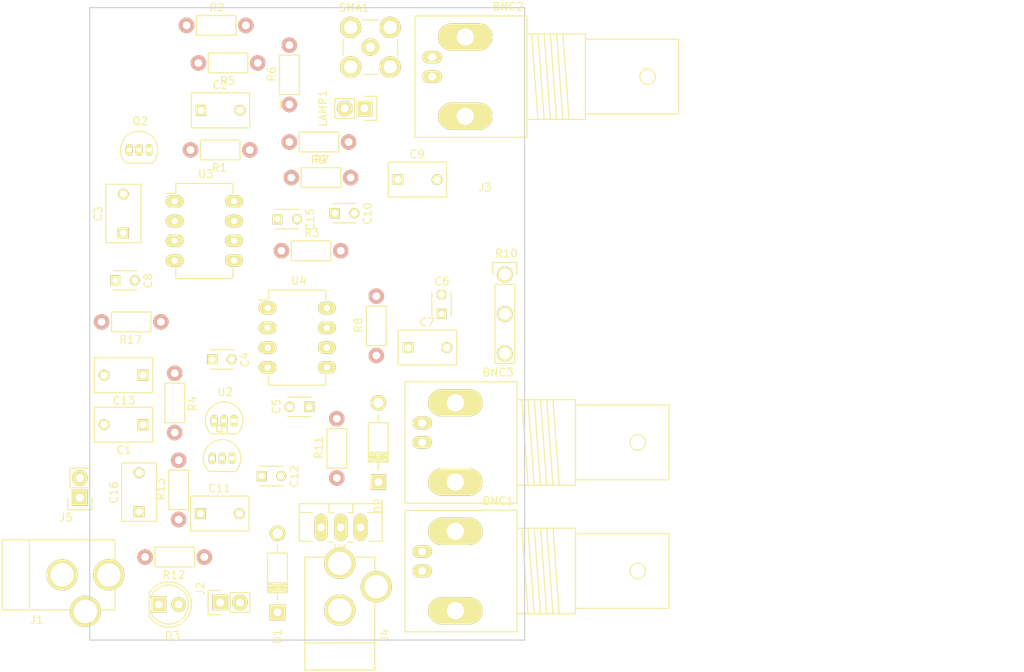
<source format=kicad_pcb>
(kicad_pcb (version 4) (host pcbnew 4.0.4+e1-6308~48~ubuntu16.04.1-stable)

  (general
    (links 87)
    (no_connects 87)
    (area 0 0 0 0)
    (thickness 1.6)
    (drawings 22)
    (tracks 0)
    (zones 0)
    (modules 49)
    (nets 33)
  )

  (page USLetter)
  (title_block
    (title "E202VAR Natural (VLF) Radio Receiver")
    (date 2016-12-06)
    (rev v1.2)
    (company "Released under the CERN Open Hardware License v1.2")
    (comment 1 "jenner@wickerbox.net - http://wickerbox.net")
    (comment 2 "Designed by Jenner at Wickerbox Electronics")
  )

  (layers
    (0 F.Cu signal)
    (31 B.Cu signal)
    (34 B.Paste user)
    (35 F.Paste user)
    (36 B.SilkS user)
    (37 F.SilkS user)
    (38 B.Mask user)
    (39 F.Mask user)
    (44 Edge.Cuts user)
    (46 B.CrtYd user)
    (47 F.CrtYd user)
    (48 B.Fab user)
    (49 F.Fab user)
  )

  (setup
    (last_trace_width 0.254)
    (user_trace_width 0.1524)
    (user_trace_width 0.254)
    (user_trace_width 0.3302)
    (user_trace_width 0.508)
    (user_trace_width 0.762)
    (user_trace_width 1.27)
    (trace_clearance 0.254)
    (zone_clearance 0.508)
    (zone_45_only no)
    (trace_min 0.1524)
    (segment_width 0.1524)
    (edge_width 0.1524)
    (via_size 0.6858)
    (via_drill 0.3302)
    (via_min_size 0.6858)
    (via_min_drill 0.3302)
    (user_via 0.6858 0.3302)
    (user_via 0.762 0.4064)
    (user_via 0.8636 0.508)
    (uvia_size 0.6858)
    (uvia_drill 0.3302)
    (uvias_allowed no)
    (uvia_min_size 0)
    (uvia_min_drill 0)
    (pcb_text_width 0.1524)
    (pcb_text_size 1.016 1.016)
    (mod_edge_width 0.1524)
    (mod_text_size 1.016 1.016)
    (mod_text_width 0.1524)
    (pad_size 1.524 1.524)
    (pad_drill 0.762)
    (pad_to_mask_clearance 0.0762)
    (solder_mask_min_width 0.1016)
    (pad_to_paste_clearance -0.0762)
    (aux_axis_origin 0 0)
    (visible_elements FFFEDF7D)
    (pcbplotparams
      (layerselection 0x310fc_80000001)
      (usegerberextensions true)
      (excludeedgelayer true)
      (linewidth 0.100000)
      (plotframeref false)
      (viasonmask false)
      (mode 1)
      (useauxorigin false)
      (hpglpennumber 1)
      (hpglpenspeed 20)
      (hpglpendiameter 15)
      (hpglpenoverlay 2)
      (psnegative false)
      (psa4output false)
      (plotreference true)
      (plotvalue true)
      (plotinvisibletext false)
      (padsonsilk false)
      (subtractmaskfromsilk false)
      (outputformat 1)
      (mirror false)
      (drillshape 0)
      (scaleselection 1)
      (outputdirectory gerbers))
  )

  (net 0 "")
  (net 1 GND)
  (net 2 "Net-(BNC1-Pad1)")
  (net 3 "Net-(BNC2-Pad1)")
  (net 4 "Net-(BNC3-Pad1)")
  (net 5 +2V)
  (net 6 "Net-(C2-Pad1)")
  (net 7 "Net-(C2-Pad2)")
  (net 8 "Net-(C3-Pad1)")
  (net 9 "Net-(C3-Pad2)")
  (net 10 "Net-(C4-Pad1)")
  (net 11 "Net-(C4-Pad2)")
  (net 12 "Net-(C5-Pad1)")
  (net 13 "Net-(C5-Pad2)")
  (net 14 "Net-(C6-Pad1)")
  (net 15 "Net-(C6-Pad2)")
  (net 16 "Net-(C8-Pad1)")
  (net 17 "Net-(C9-Pad1)")
  (net 18 "Net-(C9-Pad2)")
  (net 19 "Net-(C10-Pad1)")
  (net 20 "Net-(C11-Pad1)")
  (net 21 "Net-(C12-Pad1)")
  (net 22 "Net-(C13-Pad1)")
  (net 23 "Net-(C15-Pad1)")
  (net 24 "Net-(C16-Pad1)")
  (net 25 "Net-(D1-Pad2)")
  (net 26 +9V)
  (net 27 "Net-(D2-Pad1)")
  (net 28 "Net-(D3-Pad2)")
  (net 29 "Net-(J1-Pad1)")
  (net 30 "Net-(LAMP1-Pad2)")
  (net 31 "Net-(R7-Pad1)")
  (net 32 "Net-(U3-Pad3)")

  (net_class Default "This is the default net class."
    (clearance 0.254)
    (trace_width 0.254)
    (via_dia 0.6858)
    (via_drill 0.3302)
    (uvia_dia 0.6858)
    (uvia_drill 0.3302)
    (add_net +2V)
    (add_net +9V)
    (add_net GND)
    (add_net "Net-(BNC1-Pad1)")
    (add_net "Net-(BNC2-Pad1)")
    (add_net "Net-(BNC3-Pad1)")
    (add_net "Net-(C10-Pad1)")
    (add_net "Net-(C11-Pad1)")
    (add_net "Net-(C12-Pad1)")
    (add_net "Net-(C13-Pad1)")
    (add_net "Net-(C15-Pad1)")
    (add_net "Net-(C16-Pad1)")
    (add_net "Net-(C2-Pad1)")
    (add_net "Net-(C2-Pad2)")
    (add_net "Net-(C3-Pad1)")
    (add_net "Net-(C3-Pad2)")
    (add_net "Net-(C4-Pad1)")
    (add_net "Net-(C4-Pad2)")
    (add_net "Net-(C5-Pad1)")
    (add_net "Net-(C5-Pad2)")
    (add_net "Net-(C6-Pad1)")
    (add_net "Net-(C6-Pad2)")
    (add_net "Net-(C8-Pad1)")
    (add_net "Net-(C9-Pad1)")
    (add_net "Net-(C9-Pad2)")
    (add_net "Net-(D1-Pad2)")
    (add_net "Net-(D2-Pad1)")
    (add_net "Net-(D3-Pad2)")
    (add_net "Net-(J1-Pad1)")
    (add_net "Net-(LAMP1-Pad2)")
    (add_net "Net-(R7-Pad1)")
    (add_net "Net-(U3-Pad3)")
  )

  (module Wickerlib:CONN-BNC-TECONN-1-1634612-0 (layer F.Cu) (tedit 58389DB1) (tstamp 584B3FA1)
    (at 106.1466 110.50778 270)
    (descr "BNC Socket TYCO AMP")
    (tags "BNC Socket TYCO AMP")
    (path /58471457)
    (fp_text reference BNC1 (at 0.3 -1.8 360) (layer F.Fab)
      (effects (font (size 2.032 2.032) (thickness 0.254)))
    )
    (fp_text value 12/18V (at 9.25 -5.5 360) (layer F.Fab) hide
      (effects (font (size 1 1) (thickness 0.15)))
    )
    (fp_text user %R (at -9 -4.75 360) (layer F.SilkS)
      (effects (font (size 1 1) (thickness 0.15)))
    )
    (fp_line (start 8 7.5) (end 8 -7.5) (layer F.CrtYd) (width 0.0508))
    (fp_line (start 0 7.5) (end 8 7.5) (layer F.CrtYd) (width 0.0508))
    (fp_line (start -8 -7.5) (end -8 7.5) (layer F.CrtYd) (width 0.0508))
    (fp_line (start 8 -7.5) (end -8 -7.5) (layer F.CrtYd) (width 0.0508))
    (fp_line (start -8 -7.5) (end 8 -7.5) (layer F.Fab) (width 0.0508))
    (fp_line (start -8 7.5) (end -8 -7.5) (layer F.Fab) (width 0.0508))
    (fp_line (start 8 7.5) (end -8 7.5) (layer F.Fab) (width 0.0508))
    (fp_line (start 8 -7.5) (end 8 7.5) (layer F.Fab) (width 0.0508))
    (fp_line (start -5.4991 -11.80084) (end 5.4991 -12.60094) (layer F.SilkS) (width 0.15))
    (fp_line (start -5.4991 -11.00074) (end 5.4991 -11.80084) (layer F.SilkS) (width 0.15))
    (fp_line (start -5.4991 -10.20064) (end 5.4991 -11.00074) (layer F.SilkS) (width 0.15))
    (fp_line (start -5.4991 -9.40054) (end 5.4991 -10.20064) (layer F.SilkS) (width 0.15))
    (fp_line (start -5.4991 -8.60044) (end 5.4991 -9.40054) (layer F.SilkS) (width 0.15))
    (fp_line (start -5.4991 -7.80034) (end 5.4991 -8.60044) (layer F.SilkS) (width 0.15))
    (fp_circle (center 0 -22.69998) (end 1.00076 -22.69998) (layer F.SilkS) (width 0.15))
    (fp_line (start 4.8006 -14.69898) (end 4.8006 -26.70048) (layer F.SilkS) (width 0.15))
    (fp_line (start 4.8006 -26.70048) (end -4.8006 -26.70048) (layer F.SilkS) (width 0.15))
    (fp_line (start -4.8006 -26.70048) (end -4.8006 -14.69898) (layer F.SilkS) (width 0.15))
    (fp_line (start 5.4991 -7.2009) (end 5.4991 -14.69898) (layer F.SilkS) (width 0.15))
    (fp_line (start 5.4991 -14.69898) (end -5.4991 -14.69898) (layer F.SilkS) (width 0.15))
    (fp_line (start -5.4991 -14.69898) (end -5.4991 -7.2009) (layer F.SilkS) (width 0.15))
    (fp_line (start -7.80034 7.2009) (end 7.80034 7.2009) (layer F.SilkS) (width 0.15))
    (fp_line (start 7.80034 7.2009) (end 7.80034 -7.2009) (layer F.SilkS) (width 0.15))
    (fp_line (start 7.80034 -7.2009) (end -7.80034 -7.2009) (layer F.SilkS) (width 0.15))
    (fp_line (start -7.80034 -7.2009) (end -7.80034 7.2009) (layer F.SilkS) (width 0.15))
    (pad 2 thru_hole oval (at -5.09778 0.7366 270) (size 3.50012 7.00024) (drill 2.19964) (layers *.Cu *.Mask F.SilkS)
      (net 1 GND))
    (pad 2 thru_hole oval (at 5.10032 0.7366 270) (size 3.50012 7.00024) (drill 2.19964) (layers *.Cu *.Mask F.SilkS)
      (net 1 GND))
    (pad 1 thru_hole oval (at 0 5.00126 270) (size 1.6002 2.49936) (drill 1.00076) (layers *.Cu *.Mask F.SilkS)
      (net 2 "Net-(BNC1-Pad1)"))
    (pad 2 thru_hole oval (at -2.49936 5.00126 270) (size 1.6002 2.49936) (drill 1.00076) (layers *.Cu *.Mask F.SilkS)
      (net 1 GND))
  )

  (module Wickerlib:CONN-BNC-TECONN-1-1634612-0 (layer F.Cu) (tedit 58389DB1) (tstamp 584B3FA9)
    (at 107.4166 46.96968 270)
    (descr "BNC Socket TYCO AMP")
    (tags "BNC Socket TYCO AMP")
    (path /584A42CE)
    (fp_text reference BNC2 (at 0.3 -1.8 360) (layer F.Fab)
      (effects (font (size 2.032 2.032) (thickness 0.254)))
    )
    (fp_text value "ANT IN" (at 9.25 -5.5 360) (layer F.Fab) hide
      (effects (font (size 1 1) (thickness 0.15)))
    )
    (fp_text user %R (at -9 -4.75 360) (layer F.SilkS)
      (effects (font (size 1 1) (thickness 0.15)))
    )
    (fp_line (start 8 7.5) (end 8 -7.5) (layer F.CrtYd) (width 0.0508))
    (fp_line (start 0 7.5) (end 8 7.5) (layer F.CrtYd) (width 0.0508))
    (fp_line (start -8 -7.5) (end -8 7.5) (layer F.CrtYd) (width 0.0508))
    (fp_line (start 8 -7.5) (end -8 -7.5) (layer F.CrtYd) (width 0.0508))
    (fp_line (start -8 -7.5) (end 8 -7.5) (layer F.Fab) (width 0.0508))
    (fp_line (start -8 7.5) (end -8 -7.5) (layer F.Fab) (width 0.0508))
    (fp_line (start 8 7.5) (end -8 7.5) (layer F.Fab) (width 0.0508))
    (fp_line (start 8 -7.5) (end 8 7.5) (layer F.Fab) (width 0.0508))
    (fp_line (start -5.4991 -11.80084) (end 5.4991 -12.60094) (layer F.SilkS) (width 0.15))
    (fp_line (start -5.4991 -11.00074) (end 5.4991 -11.80084) (layer F.SilkS) (width 0.15))
    (fp_line (start -5.4991 -10.20064) (end 5.4991 -11.00074) (layer F.SilkS) (width 0.15))
    (fp_line (start -5.4991 -9.40054) (end 5.4991 -10.20064) (layer F.SilkS) (width 0.15))
    (fp_line (start -5.4991 -8.60044) (end 5.4991 -9.40054) (layer F.SilkS) (width 0.15))
    (fp_line (start -5.4991 -7.80034) (end 5.4991 -8.60044) (layer F.SilkS) (width 0.15))
    (fp_circle (center 0 -22.69998) (end 1.00076 -22.69998) (layer F.SilkS) (width 0.15))
    (fp_line (start 4.8006 -14.69898) (end 4.8006 -26.70048) (layer F.SilkS) (width 0.15))
    (fp_line (start 4.8006 -26.70048) (end -4.8006 -26.70048) (layer F.SilkS) (width 0.15))
    (fp_line (start -4.8006 -26.70048) (end -4.8006 -14.69898) (layer F.SilkS) (width 0.15))
    (fp_line (start 5.4991 -7.2009) (end 5.4991 -14.69898) (layer F.SilkS) (width 0.15))
    (fp_line (start 5.4991 -14.69898) (end -5.4991 -14.69898) (layer F.SilkS) (width 0.15))
    (fp_line (start -5.4991 -14.69898) (end -5.4991 -7.2009) (layer F.SilkS) (width 0.15))
    (fp_line (start -7.80034 7.2009) (end 7.80034 7.2009) (layer F.SilkS) (width 0.15))
    (fp_line (start 7.80034 7.2009) (end 7.80034 -7.2009) (layer F.SilkS) (width 0.15))
    (fp_line (start 7.80034 -7.2009) (end -7.80034 -7.2009) (layer F.SilkS) (width 0.15))
    (fp_line (start -7.80034 -7.2009) (end -7.80034 7.2009) (layer F.SilkS) (width 0.15))
    (pad 2 thru_hole oval (at -5.09778 0.7366 270) (size 3.50012 7.00024) (drill 2.19964) (layers *.Cu *.Mask F.SilkS)
      (net 1 GND))
    (pad 2 thru_hole oval (at 5.10032 0.7366 270) (size 3.50012 7.00024) (drill 2.19964) (layers *.Cu *.Mask F.SilkS)
      (net 1 GND))
    (pad 1 thru_hole oval (at 0 5.00126 270) (size 1.6002 2.49936) (drill 1.00076) (layers *.Cu *.Mask F.SilkS)
      (net 3 "Net-(BNC2-Pad1)"))
    (pad 2 thru_hole oval (at -2.49936 5.00126 270) (size 1.6002 2.49936) (drill 1.00076) (layers *.Cu *.Mask F.SilkS)
      (net 1 GND))
  )

  (module Wickerlib:CONN-BNC-TECONN-1-1634612-0 (layer F.Cu) (tedit 58389DB1) (tstamp 584B3FB1)
    (at 106.1466 93.98 270)
    (descr "BNC Socket TYCO AMP")
    (tags "BNC Socket TYCO AMP")
    (path /584959D2)
    (fp_text reference BNC3 (at 0.3 -1.8 360) (layer F.Fab)
      (effects (font (size 2.032 2.032) (thickness 0.254)))
    )
    (fp_text value "LINE IN/OUT" (at 9.25 -5.5 360) (layer F.Fab) hide
      (effects (font (size 1 1) (thickness 0.15)))
    )
    (fp_text user %R (at -9 -4.75 360) (layer F.SilkS)
      (effects (font (size 1 1) (thickness 0.15)))
    )
    (fp_line (start 8 7.5) (end 8 -7.5) (layer F.CrtYd) (width 0.0508))
    (fp_line (start 0 7.5) (end 8 7.5) (layer F.CrtYd) (width 0.0508))
    (fp_line (start -8 -7.5) (end -8 7.5) (layer F.CrtYd) (width 0.0508))
    (fp_line (start 8 -7.5) (end -8 -7.5) (layer F.CrtYd) (width 0.0508))
    (fp_line (start -8 -7.5) (end 8 -7.5) (layer F.Fab) (width 0.0508))
    (fp_line (start -8 7.5) (end -8 -7.5) (layer F.Fab) (width 0.0508))
    (fp_line (start 8 7.5) (end -8 7.5) (layer F.Fab) (width 0.0508))
    (fp_line (start 8 -7.5) (end 8 7.5) (layer F.Fab) (width 0.0508))
    (fp_line (start -5.4991 -11.80084) (end 5.4991 -12.60094) (layer F.SilkS) (width 0.15))
    (fp_line (start -5.4991 -11.00074) (end 5.4991 -11.80084) (layer F.SilkS) (width 0.15))
    (fp_line (start -5.4991 -10.20064) (end 5.4991 -11.00074) (layer F.SilkS) (width 0.15))
    (fp_line (start -5.4991 -9.40054) (end 5.4991 -10.20064) (layer F.SilkS) (width 0.15))
    (fp_line (start -5.4991 -8.60044) (end 5.4991 -9.40054) (layer F.SilkS) (width 0.15))
    (fp_line (start -5.4991 -7.80034) (end 5.4991 -8.60044) (layer F.SilkS) (width 0.15))
    (fp_circle (center 0 -22.69998) (end 1.00076 -22.69998) (layer F.SilkS) (width 0.15))
    (fp_line (start 4.8006 -14.69898) (end 4.8006 -26.70048) (layer F.SilkS) (width 0.15))
    (fp_line (start 4.8006 -26.70048) (end -4.8006 -26.70048) (layer F.SilkS) (width 0.15))
    (fp_line (start -4.8006 -26.70048) (end -4.8006 -14.69898) (layer F.SilkS) (width 0.15))
    (fp_line (start 5.4991 -7.2009) (end 5.4991 -14.69898) (layer F.SilkS) (width 0.15))
    (fp_line (start 5.4991 -14.69898) (end -5.4991 -14.69898) (layer F.SilkS) (width 0.15))
    (fp_line (start -5.4991 -14.69898) (end -5.4991 -7.2009) (layer F.SilkS) (width 0.15))
    (fp_line (start -7.80034 7.2009) (end 7.80034 7.2009) (layer F.SilkS) (width 0.15))
    (fp_line (start 7.80034 7.2009) (end 7.80034 -7.2009) (layer F.SilkS) (width 0.15))
    (fp_line (start 7.80034 -7.2009) (end -7.80034 -7.2009) (layer F.SilkS) (width 0.15))
    (fp_line (start -7.80034 -7.2009) (end -7.80034 7.2009) (layer F.SilkS) (width 0.15))
    (pad 2 thru_hole oval (at -5.09778 0.7366 270) (size 3.50012 7.00024) (drill 2.19964) (layers *.Cu *.Mask F.SilkS)
      (net 1 GND))
    (pad 2 thru_hole oval (at 5.10032 0.7366 270) (size 3.50012 7.00024) (drill 2.19964) (layers *.Cu *.Mask F.SilkS)
      (net 1 GND))
    (pad 1 thru_hole oval (at 0 5.00126 270) (size 1.6002 2.49936) (drill 1.00076) (layers *.Cu *.Mask F.SilkS)
      (net 4 "Net-(BNC3-Pad1)"))
    (pad 2 thru_hole oval (at -2.49936 5.00126 270) (size 1.6002 2.49936) (drill 1.00076) (layers *.Cu *.Mask F.SilkS)
      (net 1 GND))
  )

  (module Wickerlib:CAP-DISC-D7.5MM-P5MM (layer F.Cu) (tedit 579D5E22) (tstamp 584B3FB7)
    (at 65.278 91.694 180)
    (descr "Capacitor 7.5mm Disc, Pitch 5mm")
    (tags Capacitor)
    (path /5849199E)
    (fp_text reference C1 (at 2.45 0 180) (layer F.Fab)
      (effects (font (size 1 1) (thickness 0.15)))
    )
    (fp_text value 33nF (at 2.5 3.5 180) (layer F.Fab) hide
      (effects (font (size 1 1) (thickness 0.15)))
    )
    (fp_text user %R (at 2.45 -3.25 180) (layer F.SilkS)
      (effects (font (size 1 1) (thickness 0.15)))
    )
    (fp_line (start -1.5 -2.5) (end 6.5 -2.5) (layer F.Fab) (width 0.05))
    (fp_line (start -1.5 2.5) (end -1.5 -2.5) (layer F.Fab) (width 0.05))
    (fp_line (start 6.5 2.5) (end -1.5 2.5) (layer F.Fab) (width 0.05))
    (fp_line (start 6.5 -2.5) (end 6.5 2.5) (layer F.Fab) (width 0.05))
    (fp_line (start -1.5 -2.5) (end 6.5 -2.5) (layer F.CrtYd) (width 0.05))
    (fp_line (start 6.5 -2.5) (end 6.5 2.5) (layer F.CrtYd) (width 0.05))
    (fp_line (start 6.5 2.5) (end -1.5 2.5) (layer F.CrtYd) (width 0.05))
    (fp_line (start -1.5 2.5) (end -1.5 -2.5) (layer F.CrtYd) (width 0.05))
    (fp_line (start -1.25 -2.25) (end 6.25 -2.25) (layer F.SilkS) (width 0.15))
    (fp_line (start 6.25 -2.25) (end 6.25 2.25) (layer F.SilkS) (width 0.15))
    (fp_line (start 6.25 2.25) (end -1.25 2.25) (layer F.SilkS) (width 0.15))
    (fp_line (start -1.25 2.25) (end -1.25 -2.25) (layer F.SilkS) (width 0.15))
    (pad 1 thru_hole rect (at 0 0 180) (size 1.4 1.4) (drill 0.9) (layers *.Cu *.Mask F.SilkS)
      (net 5 +2V))
    (pad 2 thru_hole circle (at 5 0 180) (size 1.4 1.4) (drill 0.9) (layers *.Cu *.Mask F.SilkS)
      (net 1 GND))
  )

  (module Wickerlib:CAP-DISC-D7.5MM-P5MM (layer F.Cu) (tedit 579D5E22) (tstamp 584B3FBD)
    (at 72.724 51.308)
    (descr "Capacitor 7.5mm Disc, Pitch 5mm")
    (tags Capacitor)
    (path /584AE853)
    (fp_text reference C2 (at 2.45 0) (layer F.Fab)
      (effects (font (size 1 1) (thickness 0.15)))
    )
    (fp_text value 100nF (at 2.5 3.5) (layer F.Fab) hide
      (effects (font (size 1 1) (thickness 0.15)))
    )
    (fp_text user %R (at 2.45 -3.25) (layer F.SilkS)
      (effects (font (size 1 1) (thickness 0.15)))
    )
    (fp_line (start -1.5 -2.5) (end 6.5 -2.5) (layer F.Fab) (width 0.05))
    (fp_line (start -1.5 2.5) (end -1.5 -2.5) (layer F.Fab) (width 0.05))
    (fp_line (start 6.5 2.5) (end -1.5 2.5) (layer F.Fab) (width 0.05))
    (fp_line (start 6.5 -2.5) (end 6.5 2.5) (layer F.Fab) (width 0.05))
    (fp_line (start -1.5 -2.5) (end 6.5 -2.5) (layer F.CrtYd) (width 0.05))
    (fp_line (start 6.5 -2.5) (end 6.5 2.5) (layer F.CrtYd) (width 0.05))
    (fp_line (start 6.5 2.5) (end -1.5 2.5) (layer F.CrtYd) (width 0.05))
    (fp_line (start -1.5 2.5) (end -1.5 -2.5) (layer F.CrtYd) (width 0.05))
    (fp_line (start -1.25 -2.25) (end 6.25 -2.25) (layer F.SilkS) (width 0.15))
    (fp_line (start 6.25 -2.25) (end 6.25 2.25) (layer F.SilkS) (width 0.15))
    (fp_line (start 6.25 2.25) (end -1.25 2.25) (layer F.SilkS) (width 0.15))
    (fp_line (start -1.25 2.25) (end -1.25 -2.25) (layer F.SilkS) (width 0.15))
    (pad 1 thru_hole rect (at 0 0) (size 1.4 1.4) (drill 0.9) (layers *.Cu *.Mask F.SilkS)
      (net 6 "Net-(C2-Pad1)"))
    (pad 2 thru_hole circle (at 5 0) (size 1.4 1.4) (drill 0.9) (layers *.Cu *.Mask F.SilkS)
      (net 7 "Net-(C2-Pad2)"))
  )

  (module Wickerlib:CAP-DISC-D7.5MM-P5MM (layer F.Cu) (tedit 579D5E22) (tstamp 584B3FC3)
    (at 62.738 67.056 90)
    (descr "Capacitor 7.5mm Disc, Pitch 5mm")
    (tags Capacitor)
    (path /584AEA9A)
    (fp_text reference C3 (at 2.45 0 90) (layer F.Fab)
      (effects (font (size 1 1) (thickness 0.15)))
    )
    (fp_text value 8.2pF (at 2.5 3.5 90) (layer F.Fab) hide
      (effects (font (size 1 1) (thickness 0.15)))
    )
    (fp_text user %R (at 2.45 -3.25 90) (layer F.SilkS)
      (effects (font (size 1 1) (thickness 0.15)))
    )
    (fp_line (start -1.5 -2.5) (end 6.5 -2.5) (layer F.Fab) (width 0.05))
    (fp_line (start -1.5 2.5) (end -1.5 -2.5) (layer F.Fab) (width 0.05))
    (fp_line (start 6.5 2.5) (end -1.5 2.5) (layer F.Fab) (width 0.05))
    (fp_line (start 6.5 -2.5) (end 6.5 2.5) (layer F.Fab) (width 0.05))
    (fp_line (start -1.5 -2.5) (end 6.5 -2.5) (layer F.CrtYd) (width 0.05))
    (fp_line (start 6.5 -2.5) (end 6.5 2.5) (layer F.CrtYd) (width 0.05))
    (fp_line (start 6.5 2.5) (end -1.5 2.5) (layer F.CrtYd) (width 0.05))
    (fp_line (start -1.5 2.5) (end -1.5 -2.5) (layer F.CrtYd) (width 0.05))
    (fp_line (start -1.25 -2.25) (end 6.25 -2.25) (layer F.SilkS) (width 0.15))
    (fp_line (start 6.25 -2.25) (end 6.25 2.25) (layer F.SilkS) (width 0.15))
    (fp_line (start 6.25 2.25) (end -1.25 2.25) (layer F.SilkS) (width 0.15))
    (fp_line (start -1.25 2.25) (end -1.25 -2.25) (layer F.SilkS) (width 0.15))
    (pad 1 thru_hole rect (at 0 0 90) (size 1.4 1.4) (drill 0.9) (layers *.Cu *.Mask F.SilkS)
      (net 8 "Net-(C3-Pad1)"))
    (pad 2 thru_hole circle (at 5 0 90) (size 1.4 1.4) (drill 0.9) (layers *.Cu *.Mask F.SilkS)
      (net 9 "Net-(C3-Pad2)"))
  )

  (module Wickerlib:CAP-DISC-D3MM-P2.5MM (layer F.Cu) (tedit 579D5E53) (tstamp 584B3FC9)
    (at 74.168 83.312)
    (descr "Capacitor 3mm Disc, Pitch 2.5mm")
    (tags Capacitor)
    (path /5849C8D5)
    (fp_text reference C4 (at 1.25 0 180) (layer F.Fab)
      (effects (font (size 1 1) (thickness 0.15)))
    )
    (fp_text value 10uF (at 1.25 2.5) (layer F.Fab) hide
      (effects (font (size 1 1) (thickness 0.15)))
    )
    (fp_text user %R (at 4.2 0.05 90) (layer F.SilkS)
      (effects (font (size 1 1) (thickness 0.15)))
    )
    (fp_line (start -0.9 -1.5) (end 3.4 -1.5) (layer F.Fab) (width 0.05))
    (fp_line (start -0.9 1.5) (end -0.9 -1.5) (layer F.Fab) (width 0.05))
    (fp_line (start 3.4 1.5) (end -0.9 1.5) (layer F.Fab) (width 0.05))
    (fp_line (start 3.4 -1.5) (end 3.4 1.5) (layer F.Fab) (width 0.05))
    (fp_line (start -0.9 -1.5) (end 3.4 -1.5) (layer F.CrtYd) (width 0.05))
    (fp_line (start 3.4 -1.5) (end 3.4 1.5) (layer F.CrtYd) (width 0.05))
    (fp_line (start 3.4 1.5) (end -0.9 1.5) (layer F.CrtYd) (width 0.05))
    (fp_line (start -0.9 1.5) (end -0.9 -1.5) (layer F.CrtYd) (width 0.05))
    (fp_line (start -0.25 -1.25) (end 2.75 -1.25) (layer F.SilkS) (width 0.15))
    (fp_line (start 2.75 1.25) (end -0.25 1.25) (layer F.SilkS) (width 0.15))
    (pad 1 thru_hole rect (at 0 0) (size 1.3 1.3) (drill 0.8) (layers *.Cu *.Mask F.SilkS)
      (net 10 "Net-(C4-Pad1)"))
    (pad 2 thru_hole circle (at 2.5 0) (size 1.3 1.3) (drill 0.8001) (layers *.Cu *.Mask F.SilkS)
      (net 11 "Net-(C4-Pad2)"))
  )

  (module Wickerlib:CAP-DISC-D3MM-P2.5MM (layer F.Cu) (tedit 579D5E53) (tstamp 584B3FCF)
    (at 86.614 89.408 180)
    (descr "Capacitor 3mm Disc, Pitch 2.5mm")
    (tags Capacitor)
    (path /5847B0F9)
    (fp_text reference C5 (at 1.25 0 360) (layer F.Fab)
      (effects (font (size 1 1) (thickness 0.15)))
    )
    (fp_text value 150pF (at 1.25 2.5 180) (layer F.Fab) hide
      (effects (font (size 1 1) (thickness 0.15)))
    )
    (fp_text user %R (at 4.2 0.05 270) (layer F.SilkS)
      (effects (font (size 1 1) (thickness 0.15)))
    )
    (fp_line (start -0.9 -1.5) (end 3.4 -1.5) (layer F.Fab) (width 0.05))
    (fp_line (start -0.9 1.5) (end -0.9 -1.5) (layer F.Fab) (width 0.05))
    (fp_line (start 3.4 1.5) (end -0.9 1.5) (layer F.Fab) (width 0.05))
    (fp_line (start 3.4 -1.5) (end 3.4 1.5) (layer F.Fab) (width 0.05))
    (fp_line (start -0.9 -1.5) (end 3.4 -1.5) (layer F.CrtYd) (width 0.05))
    (fp_line (start 3.4 -1.5) (end 3.4 1.5) (layer F.CrtYd) (width 0.05))
    (fp_line (start 3.4 1.5) (end -0.9 1.5) (layer F.CrtYd) (width 0.05))
    (fp_line (start -0.9 1.5) (end -0.9 -1.5) (layer F.CrtYd) (width 0.05))
    (fp_line (start -0.25 -1.25) (end 2.75 -1.25) (layer F.SilkS) (width 0.15))
    (fp_line (start 2.75 1.25) (end -0.25 1.25) (layer F.SilkS) (width 0.15))
    (pad 1 thru_hole rect (at 0 0 180) (size 1.3 1.3) (drill 0.8) (layers *.Cu *.Mask F.SilkS)
      (net 12 "Net-(C5-Pad1)"))
    (pad 2 thru_hole circle (at 2.5 0 180) (size 1.3 1.3) (drill 0.8001) (layers *.Cu *.Mask F.SilkS)
      (net 13 "Net-(C5-Pad2)"))
  )

  (module Wickerlib:CAP-DISC-D3MM-P2.5MM (layer F.Cu) (tedit 579D5E53) (tstamp 584B3FD5)
    (at 103.632 77.47 90)
    (descr "Capacitor 3mm Disc, Pitch 2.5mm")
    (tags Capacitor)
    (path /58492B08)
    (fp_text reference C6 (at 1.25 0 270) (layer F.Fab)
      (effects (font (size 1 1) (thickness 0.15)))
    )
    (fp_text value 10uF (at 1.25 2.5 90) (layer F.Fab) hide
      (effects (font (size 1 1) (thickness 0.15)))
    )
    (fp_text user %R (at 4.2 0.05 180) (layer F.SilkS)
      (effects (font (size 1 1) (thickness 0.15)))
    )
    (fp_line (start -0.9 -1.5) (end 3.4 -1.5) (layer F.Fab) (width 0.05))
    (fp_line (start -0.9 1.5) (end -0.9 -1.5) (layer F.Fab) (width 0.05))
    (fp_line (start 3.4 1.5) (end -0.9 1.5) (layer F.Fab) (width 0.05))
    (fp_line (start 3.4 -1.5) (end 3.4 1.5) (layer F.Fab) (width 0.05))
    (fp_line (start -0.9 -1.5) (end 3.4 -1.5) (layer F.CrtYd) (width 0.05))
    (fp_line (start 3.4 -1.5) (end 3.4 1.5) (layer F.CrtYd) (width 0.05))
    (fp_line (start 3.4 1.5) (end -0.9 1.5) (layer F.CrtYd) (width 0.05))
    (fp_line (start -0.9 1.5) (end -0.9 -1.5) (layer F.CrtYd) (width 0.05))
    (fp_line (start -0.25 -1.25) (end 2.75 -1.25) (layer F.SilkS) (width 0.15))
    (fp_line (start 2.75 1.25) (end -0.25 1.25) (layer F.SilkS) (width 0.15))
    (pad 1 thru_hole rect (at 0 0 90) (size 1.3 1.3) (drill 0.8) (layers *.Cu *.Mask F.SilkS)
      (net 14 "Net-(C6-Pad1)"))
    (pad 2 thru_hole circle (at 2.5 0 90) (size 1.3 1.3) (drill 0.8001) (layers *.Cu *.Mask F.SilkS)
      (net 15 "Net-(C6-Pad2)"))
  )

  (module Wickerlib:CAP-DISC-D7.5MM-P5MM (layer F.Cu) (tedit 579D5E22) (tstamp 584B3FDB)
    (at 99.314 81.788)
    (descr "Capacitor 7.5mm Disc, Pitch 5mm")
    (tags Capacitor)
    (path /58498480)
    (fp_text reference C7 (at 2.45 0) (layer F.Fab)
      (effects (font (size 1 1) (thickness 0.15)))
    )
    (fp_text value 4.7nF (at 2.5 3.5) (layer F.Fab) hide
      (effects (font (size 1 1) (thickness 0.15)))
    )
    (fp_text user %R (at 2.45 -3.25) (layer F.SilkS)
      (effects (font (size 1 1) (thickness 0.15)))
    )
    (fp_line (start -1.5 -2.5) (end 6.5 -2.5) (layer F.Fab) (width 0.05))
    (fp_line (start -1.5 2.5) (end -1.5 -2.5) (layer F.Fab) (width 0.05))
    (fp_line (start 6.5 2.5) (end -1.5 2.5) (layer F.Fab) (width 0.05))
    (fp_line (start 6.5 -2.5) (end 6.5 2.5) (layer F.Fab) (width 0.05))
    (fp_line (start -1.5 -2.5) (end 6.5 -2.5) (layer F.CrtYd) (width 0.05))
    (fp_line (start 6.5 -2.5) (end 6.5 2.5) (layer F.CrtYd) (width 0.05))
    (fp_line (start 6.5 2.5) (end -1.5 2.5) (layer F.CrtYd) (width 0.05))
    (fp_line (start -1.5 2.5) (end -1.5 -2.5) (layer F.CrtYd) (width 0.05))
    (fp_line (start -1.25 -2.25) (end 6.25 -2.25) (layer F.SilkS) (width 0.15))
    (fp_line (start 6.25 -2.25) (end 6.25 2.25) (layer F.SilkS) (width 0.15))
    (fp_line (start 6.25 2.25) (end -1.25 2.25) (layer F.SilkS) (width 0.15))
    (fp_line (start -1.25 2.25) (end -1.25 -2.25) (layer F.SilkS) (width 0.15))
    (pad 1 thru_hole rect (at 0 0) (size 1.4 1.4) (drill 0.9) (layers *.Cu *.Mask F.SilkS)
      (net 14 "Net-(C6-Pad1)"))
    (pad 2 thru_hole circle (at 5 0) (size 1.4 1.4) (drill 0.9) (layers *.Cu *.Mask F.SilkS)
      (net 1 GND))
  )

  (module Wickerlib:CAP-DISC-D3MM-P2.5MM (layer F.Cu) (tedit 579D5E53) (tstamp 584B3FE1)
    (at 61.722 73.152)
    (descr "Capacitor 3mm Disc, Pitch 2.5mm")
    (tags Capacitor)
    (path /5847D6C9)
    (fp_text reference C8 (at 1.25 0 180) (layer F.Fab)
      (effects (font (size 1 1) (thickness 0.15)))
    )
    (fp_text value 150pF (at 1.25 2.5) (layer F.Fab) hide
      (effects (font (size 1 1) (thickness 0.15)))
    )
    (fp_text user %R (at 4.2 0.05 90) (layer F.SilkS)
      (effects (font (size 1 1) (thickness 0.15)))
    )
    (fp_line (start -0.9 -1.5) (end 3.4 -1.5) (layer F.Fab) (width 0.05))
    (fp_line (start -0.9 1.5) (end -0.9 -1.5) (layer F.Fab) (width 0.05))
    (fp_line (start 3.4 1.5) (end -0.9 1.5) (layer F.Fab) (width 0.05))
    (fp_line (start 3.4 -1.5) (end 3.4 1.5) (layer F.Fab) (width 0.05))
    (fp_line (start -0.9 -1.5) (end 3.4 -1.5) (layer F.CrtYd) (width 0.05))
    (fp_line (start 3.4 -1.5) (end 3.4 1.5) (layer F.CrtYd) (width 0.05))
    (fp_line (start 3.4 1.5) (end -0.9 1.5) (layer F.CrtYd) (width 0.05))
    (fp_line (start -0.9 1.5) (end -0.9 -1.5) (layer F.CrtYd) (width 0.05))
    (fp_line (start -0.25 -1.25) (end 2.75 -1.25) (layer F.SilkS) (width 0.15))
    (fp_line (start 2.75 1.25) (end -0.25 1.25) (layer F.SilkS) (width 0.15))
    (pad 1 thru_hole rect (at 0 0) (size 1.3 1.3) (drill 0.8) (layers *.Cu *.Mask F.SilkS)
      (net 16 "Net-(C8-Pad1)"))
    (pad 2 thru_hole circle (at 2.5 0) (size 1.3 1.3) (drill 0.8001) (layers *.Cu *.Mask F.SilkS)
      (net 1 GND))
  )

  (module Wickerlib:CAP-DISC-D7.5MM-P5MM (layer F.Cu) (tedit 579D5E22) (tstamp 584B3FE7)
    (at 98.044 60.198)
    (descr "Capacitor 7.5mm Disc, Pitch 5mm")
    (tags Capacitor)
    (path /5847E5E6)
    (fp_text reference C9 (at 2.45 0) (layer F.Fab)
      (effects (font (size 1 1) (thickness 0.15)))
    )
    (fp_text value 100uF (at 2.5 3.5) (layer F.Fab) hide
      (effects (font (size 1 1) (thickness 0.15)))
    )
    (fp_text user %R (at 2.45 -3.25) (layer F.SilkS)
      (effects (font (size 1 1) (thickness 0.15)))
    )
    (fp_line (start -1.5 -2.5) (end 6.5 -2.5) (layer F.Fab) (width 0.05))
    (fp_line (start -1.5 2.5) (end -1.5 -2.5) (layer F.Fab) (width 0.05))
    (fp_line (start 6.5 2.5) (end -1.5 2.5) (layer F.Fab) (width 0.05))
    (fp_line (start 6.5 -2.5) (end 6.5 2.5) (layer F.Fab) (width 0.05))
    (fp_line (start -1.5 -2.5) (end 6.5 -2.5) (layer F.CrtYd) (width 0.05))
    (fp_line (start 6.5 -2.5) (end 6.5 2.5) (layer F.CrtYd) (width 0.05))
    (fp_line (start 6.5 2.5) (end -1.5 2.5) (layer F.CrtYd) (width 0.05))
    (fp_line (start -1.5 2.5) (end -1.5 -2.5) (layer F.CrtYd) (width 0.05))
    (fp_line (start -1.25 -2.25) (end 6.25 -2.25) (layer F.SilkS) (width 0.15))
    (fp_line (start 6.25 -2.25) (end 6.25 2.25) (layer F.SilkS) (width 0.15))
    (fp_line (start 6.25 2.25) (end -1.25 2.25) (layer F.SilkS) (width 0.15))
    (fp_line (start -1.25 2.25) (end -1.25 -2.25) (layer F.SilkS) (width 0.15))
    (pad 1 thru_hole rect (at 0 0) (size 1.4 1.4) (drill 0.9) (layers *.Cu *.Mask F.SilkS)
      (net 17 "Net-(C9-Pad1)"))
    (pad 2 thru_hole circle (at 5 0) (size 1.4 1.4) (drill 0.9) (layers *.Cu *.Mask F.SilkS)
      (net 18 "Net-(C9-Pad2)"))
  )

  (module Wickerlib:CAP-DISC-D3MM-P2.5MM (layer F.Cu) (tedit 579D5E53) (tstamp 584B3FED)
    (at 89.916 64.516)
    (descr "Capacitor 3mm Disc, Pitch 2.5mm")
    (tags Capacitor)
    (path /5847D96A)
    (fp_text reference C10 (at 1.25 0 180) (layer F.Fab)
      (effects (font (size 1 1) (thickness 0.15)))
    )
    (fp_text value 10nF (at 1.25 2.5) (layer F.Fab) hide
      (effects (font (size 1 1) (thickness 0.15)))
    )
    (fp_text user %R (at 4.2 0.05 90) (layer F.SilkS)
      (effects (font (size 1 1) (thickness 0.15)))
    )
    (fp_line (start -0.9 -1.5) (end 3.4 -1.5) (layer F.Fab) (width 0.05))
    (fp_line (start -0.9 1.5) (end -0.9 -1.5) (layer F.Fab) (width 0.05))
    (fp_line (start 3.4 1.5) (end -0.9 1.5) (layer F.Fab) (width 0.05))
    (fp_line (start 3.4 -1.5) (end 3.4 1.5) (layer F.Fab) (width 0.05))
    (fp_line (start -0.9 -1.5) (end 3.4 -1.5) (layer F.CrtYd) (width 0.05))
    (fp_line (start 3.4 -1.5) (end 3.4 1.5) (layer F.CrtYd) (width 0.05))
    (fp_line (start 3.4 1.5) (end -0.9 1.5) (layer F.CrtYd) (width 0.05))
    (fp_line (start -0.9 1.5) (end -0.9 -1.5) (layer F.CrtYd) (width 0.05))
    (fp_line (start -0.25 -1.25) (end 2.75 -1.25) (layer F.SilkS) (width 0.15))
    (fp_line (start 2.75 1.25) (end -0.25 1.25) (layer F.SilkS) (width 0.15))
    (pad 1 thru_hole rect (at 0 0) (size 1.3 1.3) (drill 0.8) (layers *.Cu *.Mask F.SilkS)
      (net 19 "Net-(C10-Pad1)"))
    (pad 2 thru_hole circle (at 2.5 0) (size 1.3 1.3) (drill 0.8001) (layers *.Cu *.Mask F.SilkS)
      (net 1 GND))
  )

  (module Wickerlib:CAP-DISC-D7.5MM-P5MM (layer F.Cu) (tedit 579D5E22) (tstamp 584B3FF3)
    (at 72.644 103.124)
    (descr "Capacitor 7.5mm Disc, Pitch 5mm")
    (tags Capacitor)
    (path /584748CF)
    (fp_text reference C11 (at 2.45 0) (layer F.Fab)
      (effects (font (size 1 1) (thickness 0.15)))
    )
    (fp_text value 100nF (at 2.5 3.5) (layer F.Fab) hide
      (effects (font (size 1 1) (thickness 0.15)))
    )
    (fp_text user %R (at 2.45 -3.25) (layer F.SilkS)
      (effects (font (size 1 1) (thickness 0.15)))
    )
    (fp_line (start -1.5 -2.5) (end 6.5 -2.5) (layer F.Fab) (width 0.05))
    (fp_line (start -1.5 2.5) (end -1.5 -2.5) (layer F.Fab) (width 0.05))
    (fp_line (start 6.5 2.5) (end -1.5 2.5) (layer F.Fab) (width 0.05))
    (fp_line (start 6.5 -2.5) (end 6.5 2.5) (layer F.Fab) (width 0.05))
    (fp_line (start -1.5 -2.5) (end 6.5 -2.5) (layer F.CrtYd) (width 0.05))
    (fp_line (start 6.5 -2.5) (end 6.5 2.5) (layer F.CrtYd) (width 0.05))
    (fp_line (start 6.5 2.5) (end -1.5 2.5) (layer F.CrtYd) (width 0.05))
    (fp_line (start -1.5 2.5) (end -1.5 -2.5) (layer F.CrtYd) (width 0.05))
    (fp_line (start -1.25 -2.25) (end 6.25 -2.25) (layer F.SilkS) (width 0.15))
    (fp_line (start 6.25 -2.25) (end 6.25 2.25) (layer F.SilkS) (width 0.15))
    (fp_line (start 6.25 2.25) (end -1.25 2.25) (layer F.SilkS) (width 0.15))
    (fp_line (start -1.25 2.25) (end -1.25 -2.25) (layer F.SilkS) (width 0.15))
    (pad 1 thru_hole rect (at 0 0) (size 1.4 1.4) (drill 0.9) (layers *.Cu *.Mask F.SilkS)
      (net 20 "Net-(C11-Pad1)"))
    (pad 2 thru_hole circle (at 5 0) (size 1.4 1.4) (drill 0.9) (layers *.Cu *.Mask F.SilkS)
      (net 1 GND))
  )

  (module Wickerlib:CAP-DISC-D3MM-P2.5MM (layer F.Cu) (tedit 579D5E53) (tstamp 584B3FF9)
    (at 80.518 98.298)
    (descr "Capacitor 3mm Disc, Pitch 2.5mm")
    (tags Capacitor)
    (path /58495E52)
    (fp_text reference C12 (at 1.25 0 180) (layer F.Fab)
      (effects (font (size 1 1) (thickness 0.15)))
    )
    (fp_text value 10uF (at 1.25 2.5) (layer F.Fab) hide
      (effects (font (size 1 1) (thickness 0.15)))
    )
    (fp_text user %R (at 4.2 0.05 90) (layer F.SilkS)
      (effects (font (size 1 1) (thickness 0.15)))
    )
    (fp_line (start -0.9 -1.5) (end 3.4 -1.5) (layer F.Fab) (width 0.05))
    (fp_line (start -0.9 1.5) (end -0.9 -1.5) (layer F.Fab) (width 0.05))
    (fp_line (start 3.4 1.5) (end -0.9 1.5) (layer F.Fab) (width 0.05))
    (fp_line (start 3.4 -1.5) (end 3.4 1.5) (layer F.Fab) (width 0.05))
    (fp_line (start -0.9 -1.5) (end 3.4 -1.5) (layer F.CrtYd) (width 0.05))
    (fp_line (start 3.4 -1.5) (end 3.4 1.5) (layer F.CrtYd) (width 0.05))
    (fp_line (start 3.4 1.5) (end -0.9 1.5) (layer F.CrtYd) (width 0.05))
    (fp_line (start -0.9 1.5) (end -0.9 -1.5) (layer F.CrtYd) (width 0.05))
    (fp_line (start -0.25 -1.25) (end 2.75 -1.25) (layer F.SilkS) (width 0.15))
    (fp_line (start 2.75 1.25) (end -0.25 1.25) (layer F.SilkS) (width 0.15))
    (pad 1 thru_hole rect (at 0 0) (size 1.3 1.3) (drill 0.8) (layers *.Cu *.Mask F.SilkS)
      (net 21 "Net-(C12-Pad1)"))
    (pad 2 thru_hole circle (at 2.5 0) (size 1.3 1.3) (drill 0.8001) (layers *.Cu *.Mask F.SilkS)
      (net 4 "Net-(BNC3-Pad1)"))
  )

  (module Wickerlib:CAP-DISC-D7.5MM-P5MM (layer F.Cu) (tedit 579D5E22) (tstamp 584B3FFF)
    (at 65.278 85.344 180)
    (descr "Capacitor 7.5mm Disc, Pitch 5mm")
    (tags Capacitor)
    (path /58481080)
    (fp_text reference C13 (at 2.45 0 180) (layer F.Fab)
      (effects (font (size 1 1) (thickness 0.15)))
    )
    (fp_text value 100uF (at 2.5 3.5 180) (layer F.Fab) hide
      (effects (font (size 1 1) (thickness 0.15)))
    )
    (fp_text user %R (at 2.45 -3.25 180) (layer F.SilkS)
      (effects (font (size 1 1) (thickness 0.15)))
    )
    (fp_line (start -1.5 -2.5) (end 6.5 -2.5) (layer F.Fab) (width 0.05))
    (fp_line (start -1.5 2.5) (end -1.5 -2.5) (layer F.Fab) (width 0.05))
    (fp_line (start 6.5 2.5) (end -1.5 2.5) (layer F.Fab) (width 0.05))
    (fp_line (start 6.5 -2.5) (end 6.5 2.5) (layer F.Fab) (width 0.05))
    (fp_line (start -1.5 -2.5) (end 6.5 -2.5) (layer F.CrtYd) (width 0.05))
    (fp_line (start 6.5 -2.5) (end 6.5 2.5) (layer F.CrtYd) (width 0.05))
    (fp_line (start 6.5 2.5) (end -1.5 2.5) (layer F.CrtYd) (width 0.05))
    (fp_line (start -1.5 2.5) (end -1.5 -2.5) (layer F.CrtYd) (width 0.05))
    (fp_line (start -1.25 -2.25) (end 6.25 -2.25) (layer F.SilkS) (width 0.15))
    (fp_line (start 6.25 -2.25) (end 6.25 2.25) (layer F.SilkS) (width 0.15))
    (fp_line (start 6.25 2.25) (end -1.25 2.25) (layer F.SilkS) (width 0.15))
    (fp_line (start -1.25 2.25) (end -1.25 -2.25) (layer F.SilkS) (width 0.15))
    (pad 1 thru_hole rect (at 0 0 180) (size 1.4 1.4) (drill 0.9) (layers *.Cu *.Mask F.SilkS)
      (net 22 "Net-(C13-Pad1)"))
    (pad 2 thru_hole circle (at 5 0 180) (size 1.4 1.4) (drill 0.9) (layers *.Cu *.Mask F.SilkS)
      (net 1 GND))
  )

  (module Wickerlib:CAP-DISC-D3MM-P2.5MM (layer F.Cu) (tedit 579D5E53) (tstamp 584B4005)
    (at 82.55 65.278)
    (descr "Capacitor 3mm Disc, Pitch 2.5mm")
    (tags Capacitor)
    (path /5849B8E8)
    (fp_text reference C15 (at 1.25 0 180) (layer F.Fab)
      (effects (font (size 1 1) (thickness 0.15)))
    )
    (fp_text value 150pF (at 1.25 2.5) (layer F.Fab) hide
      (effects (font (size 1 1) (thickness 0.15)))
    )
    (fp_text user %R (at 4.2 0.05 90) (layer F.SilkS)
      (effects (font (size 1 1) (thickness 0.15)))
    )
    (fp_line (start -0.9 -1.5) (end 3.4 -1.5) (layer F.Fab) (width 0.05))
    (fp_line (start -0.9 1.5) (end -0.9 -1.5) (layer F.Fab) (width 0.05))
    (fp_line (start 3.4 1.5) (end -0.9 1.5) (layer F.Fab) (width 0.05))
    (fp_line (start 3.4 -1.5) (end 3.4 1.5) (layer F.Fab) (width 0.05))
    (fp_line (start -0.9 -1.5) (end 3.4 -1.5) (layer F.CrtYd) (width 0.05))
    (fp_line (start 3.4 -1.5) (end 3.4 1.5) (layer F.CrtYd) (width 0.05))
    (fp_line (start 3.4 1.5) (end -0.9 1.5) (layer F.CrtYd) (width 0.05))
    (fp_line (start -0.9 1.5) (end -0.9 -1.5) (layer F.CrtYd) (width 0.05))
    (fp_line (start -0.25 -1.25) (end 2.75 -1.25) (layer F.SilkS) (width 0.15))
    (fp_line (start 2.75 1.25) (end -0.25 1.25) (layer F.SilkS) (width 0.15))
    (pad 1 thru_hole rect (at 0 0) (size 1.3 1.3) (drill 0.8) (layers *.Cu *.Mask F.SilkS)
      (net 23 "Net-(C15-Pad1)"))
    (pad 2 thru_hole circle (at 2.5 0) (size 1.3 1.3) (drill 0.8001) (layers *.Cu *.Mask F.SilkS)
      (net 1 GND))
  )

  (module Wickerlib:CAP-DISC-D7.5MM-P5MM (layer F.Cu) (tedit 579D5E22) (tstamp 584B400B)
    (at 64.77 102.87 90)
    (descr "Capacitor 7.5mm Disc, Pitch 5mm")
    (tags Capacitor)
    (path /5848BD65)
    (fp_text reference C16 (at 2.45 0 90) (layer F.Fab)
      (effects (font (size 1 1) (thickness 0.15)))
    )
    (fp_text value 4.7nF (at 2.5 3.5 90) (layer F.Fab) hide
      (effects (font (size 1 1) (thickness 0.15)))
    )
    (fp_text user %R (at 2.45 -3.25 90) (layer F.SilkS)
      (effects (font (size 1 1) (thickness 0.15)))
    )
    (fp_line (start -1.5 -2.5) (end 6.5 -2.5) (layer F.Fab) (width 0.05))
    (fp_line (start -1.5 2.5) (end -1.5 -2.5) (layer F.Fab) (width 0.05))
    (fp_line (start 6.5 2.5) (end -1.5 2.5) (layer F.Fab) (width 0.05))
    (fp_line (start 6.5 -2.5) (end 6.5 2.5) (layer F.Fab) (width 0.05))
    (fp_line (start -1.5 -2.5) (end 6.5 -2.5) (layer F.CrtYd) (width 0.05))
    (fp_line (start 6.5 -2.5) (end 6.5 2.5) (layer F.CrtYd) (width 0.05))
    (fp_line (start 6.5 2.5) (end -1.5 2.5) (layer F.CrtYd) (width 0.05))
    (fp_line (start -1.5 2.5) (end -1.5 -2.5) (layer F.CrtYd) (width 0.05))
    (fp_line (start -1.25 -2.25) (end 6.25 -2.25) (layer F.SilkS) (width 0.15))
    (fp_line (start 6.25 -2.25) (end 6.25 2.25) (layer F.SilkS) (width 0.15))
    (fp_line (start 6.25 2.25) (end -1.25 2.25) (layer F.SilkS) (width 0.15))
    (fp_line (start -1.25 2.25) (end -1.25 -2.25) (layer F.SilkS) (width 0.15))
    (pad 1 thru_hole rect (at 0 0 90) (size 1.4 1.4) (drill 0.9) (layers *.Cu *.Mask F.SilkS)
      (net 24 "Net-(C16-Pad1)"))
    (pad 2 thru_hole circle (at 5 0 90) (size 1.4 1.4) (drill 0.9) (layers *.Cu *.Mask F.SilkS)
      (net 5 +2V))
  )

  (module Wickerlib:DIODE-DO-41 (layer F.Cu) (tedit 58156C41) (tstamp 584B4011)
    (at 82.55254 115.824 90)
    (descr "Diode, DO-41, SOD81, Horizontal, RM 10mm,")
    (tags "Diode, DO-41, SOD81, Horizontal, RM 10mm, 1N4007, SB140,")
    (path /5847155B)
    (fp_text reference D1 (at 5.25 0 90) (layer F.Fab)
      (effects (font (size 2.032 2.032) (thickness 0.254)))
    )
    (fp_text value 1N4001 (at 4.37134 -3.55854 90) (layer F.Fab) hide
      (effects (font (size 1 1) (thickness 0.15)))
    )
    (fp_line (start 11.5 -1.75) (end 11.75 -1.75) (layer F.CrtYd) (width 0.0508))
    (fp_line (start -1.5 -1.75) (end 11.5 -1.75) (layer F.CrtYd) (width 0.0508))
    (fp_line (start -1.5 1.75) (end -1.5 -1.75) (layer F.CrtYd) (width 0.0508))
    (fp_line (start 11.75 1.75) (end -1.5 1.75) (layer F.CrtYd) (width 0.0508))
    (fp_line (start 11.75 -1.75) (end 11.75 1.75) (layer F.CrtYd) (width 0.0508))
    (fp_text user %R (at -3.0861 -0.00254 90) (layer F.SilkS)
      (effects (font (size 1 1) (thickness 0.15)))
    )
    (fp_line (start -1.5 -1.75) (end -1.5 -1.5) (layer F.Fab) (width 0.0508))
    (fp_line (start 11.75 -1.75) (end -1.5 -1.75) (layer F.Fab) (width 0.0508))
    (fp_line (start 11.75 1.75) (end 11.75 -1.75) (layer F.Fab) (width 0.0508))
    (fp_line (start 11.5 1.75) (end 11.75 1.75) (layer F.Fab) (width 0.0508))
    (fp_line (start -1.5 1.75) (end 11.5 1.75) (layer F.Fab) (width 0.0508))
    (fp_line (start -1.5 -1.5) (end -1.5 1.75) (layer F.Fab) (width 0.0508))
    (fp_line (start 7.62 -0.00254) (end 8.636 -0.00254) (layer F.SilkS) (width 0.15))
    (fp_line (start 2.794 -0.00254) (end 1.524 -0.00254) (layer F.SilkS) (width 0.15))
    (fp_line (start 3.048 -1.27254) (end 3.048 1.26746) (layer F.SilkS) (width 0.15))
    (fp_line (start 3.302 -1.27254) (end 3.302 1.26746) (layer F.SilkS) (width 0.15))
    (fp_line (start 3.556 -1.27254) (end 3.556 1.26746) (layer F.SilkS) (width 0.15))
    (fp_line (start 2.794 -1.27254) (end 2.794 1.26746) (layer F.SilkS) (width 0.15))
    (fp_line (start 3.81 -1.27254) (end 2.54 1.26746) (layer F.SilkS) (width 0.15))
    (fp_line (start 2.54 -1.27254) (end 3.81 1.26746) (layer F.SilkS) (width 0.15))
    (fp_line (start 3.81 -1.27254) (end 3.81 1.26746) (layer F.SilkS) (width 0.15))
    (fp_line (start 3.175 -1.27254) (end 3.175 1.26746) (layer F.SilkS) (width 0.15))
    (fp_line (start 2.54 1.26746) (end 2.54 -1.27254) (layer F.SilkS) (width 0.15))
    (fp_line (start 2.54 -1.27254) (end 7.62 -1.27254) (layer F.SilkS) (width 0.15))
    (fp_line (start 7.62 -1.27254) (end 7.62 1.26746) (layer F.SilkS) (width 0.15))
    (fp_line (start 7.62 1.26746) (end 2.54 1.26746) (layer F.SilkS) (width 0.15))
    (fp_line (start -0.5 -1.75) (end -0.5 1.75) (layer F.Fab) (width 0.0508))
    (pad 2 thru_hole circle (at 10.16 -0.00254 270) (size 1.99898 1.99898) (drill 1.27) (layers *.Cu *.Mask F.SilkS)
      (net 25 "Net-(D1-Pad2)"))
    (pad 1 thru_hole rect (at 0 -0.00254 270) (size 1.99898 1.99898) (drill 1.00076) (layers *.Cu *.Mask F.SilkS)
      (net 26 +9V))
  )

  (module Wickerlib:DIODE-DO-41 (layer F.Cu) (tedit 58156C41) (tstamp 584B4017)
    (at 95.50654 99.06 90)
    (descr "Diode, DO-41, SOD81, Horizontal, RM 10mm,")
    (tags "Diode, DO-41, SOD81, Horizontal, RM 10mm, 1N4007, SB140,")
    (path /58497641)
    (fp_text reference D2 (at 5.25 0 90) (layer F.Fab)
      (effects (font (size 2.032 2.032) (thickness 0.254)))
    )
    (fp_text value 1N4001 (at 4.37134 -3.55854 90) (layer F.Fab) hide
      (effects (font (size 1 1) (thickness 0.15)))
    )
    (fp_line (start 11.5 -1.75) (end 11.75 -1.75) (layer F.CrtYd) (width 0.0508))
    (fp_line (start -1.5 -1.75) (end 11.5 -1.75) (layer F.CrtYd) (width 0.0508))
    (fp_line (start -1.5 1.75) (end -1.5 -1.75) (layer F.CrtYd) (width 0.0508))
    (fp_line (start 11.75 1.75) (end -1.5 1.75) (layer F.CrtYd) (width 0.0508))
    (fp_line (start 11.75 -1.75) (end 11.75 1.75) (layer F.CrtYd) (width 0.0508))
    (fp_text user %R (at -3.0861 -0.00254 90) (layer F.SilkS)
      (effects (font (size 1 1) (thickness 0.15)))
    )
    (fp_line (start -1.5 -1.75) (end -1.5 -1.5) (layer F.Fab) (width 0.0508))
    (fp_line (start 11.75 -1.75) (end -1.5 -1.75) (layer F.Fab) (width 0.0508))
    (fp_line (start 11.75 1.75) (end 11.75 -1.75) (layer F.Fab) (width 0.0508))
    (fp_line (start 11.5 1.75) (end 11.75 1.75) (layer F.Fab) (width 0.0508))
    (fp_line (start -1.5 1.75) (end 11.5 1.75) (layer F.Fab) (width 0.0508))
    (fp_line (start -1.5 -1.5) (end -1.5 1.75) (layer F.Fab) (width 0.0508))
    (fp_line (start 7.62 -0.00254) (end 8.636 -0.00254) (layer F.SilkS) (width 0.15))
    (fp_line (start 2.794 -0.00254) (end 1.524 -0.00254) (layer F.SilkS) (width 0.15))
    (fp_line (start 3.048 -1.27254) (end 3.048 1.26746) (layer F.SilkS) (width 0.15))
    (fp_line (start 3.302 -1.27254) (end 3.302 1.26746) (layer F.SilkS) (width 0.15))
    (fp_line (start 3.556 -1.27254) (end 3.556 1.26746) (layer F.SilkS) (width 0.15))
    (fp_line (start 2.794 -1.27254) (end 2.794 1.26746) (layer F.SilkS) (width 0.15))
    (fp_line (start 3.81 -1.27254) (end 2.54 1.26746) (layer F.SilkS) (width 0.15))
    (fp_line (start 2.54 -1.27254) (end 3.81 1.26746) (layer F.SilkS) (width 0.15))
    (fp_line (start 3.81 -1.27254) (end 3.81 1.26746) (layer F.SilkS) (width 0.15))
    (fp_line (start 3.175 -1.27254) (end 3.175 1.26746) (layer F.SilkS) (width 0.15))
    (fp_line (start 2.54 1.26746) (end 2.54 -1.27254) (layer F.SilkS) (width 0.15))
    (fp_line (start 2.54 -1.27254) (end 7.62 -1.27254) (layer F.SilkS) (width 0.15))
    (fp_line (start 7.62 -1.27254) (end 7.62 1.26746) (layer F.SilkS) (width 0.15))
    (fp_line (start 7.62 1.26746) (end 2.54 1.26746) (layer F.SilkS) (width 0.15))
    (fp_line (start -0.5 -1.75) (end -0.5 1.75) (layer F.Fab) (width 0.0508))
    (pad 2 thru_hole circle (at 10.16 -0.00254 270) (size 1.99898 1.99898) (drill 1.27) (layers *.Cu *.Mask F.SilkS)
      (net 2 "Net-(BNC1-Pad1)"))
    (pad 1 thru_hole rect (at 0 -0.00254 270) (size 1.99898 1.99898) (drill 1.00076) (layers *.Cu *.Mask F.SilkS)
      (net 27 "Net-(D2-Pad1)"))
  )

  (module Wickerlib:LED-D5MM-2PIN (layer F.Cu) (tedit 57C4CE54) (tstamp 584B401D)
    (at 67.31 114.808)
    (descr "LED 5mm round vertical")
    (tags "LED 5mm round vertical")
    (path /58492C48)
    (fp_text reference D3 (at 1.25 0) (layer F.Fab)
      (effects (font (size 1 1) (thickness 0.15)))
    )
    (fp_text value BLUE (at 1.25 0) (layer F.Fab) hide
      (effects (font (size 1 1) (thickness 0.15)))
    )
    (fp_text user %R (at 1.75 4) (layer F.SilkS)
      (effects (font (size 1 1) (thickness 0.15)))
    )
    (fp_line (start -1.5 -1.55) (end -1.5 1.55) (layer F.CrtYd) (width 0.05))
    (fp_arc (start 1.3 0) (end -1.5 1.55) (angle -302) (layer F.CrtYd) (width 0.05))
    (fp_arc (start 1.27 0) (end -1.23 -1.5) (angle 297.5) (layer F.SilkS) (width 0.15))
    (fp_line (start -1.23 1.5) (end -1.23 -1.5) (layer F.SilkS) (width 0.15))
    (fp_circle (center 1.27 0) (end 0.97 -2.5) (layer F.SilkS) (width 0.15))
    (fp_arc (start 1.3 0) (end -1.5 1.55) (angle -302) (layer F.Fab) (width 0.05))
    (fp_line (start -1.5 -1.55) (end -1.5 1.55) (layer F.Fab) (width 0.05))
    (pad 1 thru_hole rect (at 0 0 90) (size 2 1.9) (drill 1.00076) (layers *.Cu *.Mask F.SilkS)
      (net 1 GND))
    (pad 2 thru_hole circle (at 2.54 0) (size 1.9 1.9) (drill 1.00076) (layers *.Cu *.Mask F.SilkS)
      (net 28 "Net-(D3-Pad2)"))
  )

  (module Wickerlib:CONN-BARREL-JACK-2.5x5.5MM-TH (layer F.Cu) (tedit 58155BAF) (tstamp 584B4024)
    (at 60.86334 111.098)
    (descr "DC Barrel Jack")
    (tags "Power Jack")
    (path /5849DE89)
    (fp_text reference J1 (at -9.5 3.5) (layer F.Fab)
      (effects (font (size 1 1) (thickness 0.15)))
    )
    (fp_text value 9V (at -6.2 -2.85) (layer F.Fab) hide
      (effects (font (size 1 1) (thickness 0.15)))
    )
    (fp_line (start -13.95 6.9) (end 2.3 6.9) (layer F.CrtYd) (width 0.05))
    (fp_line (start -13.95 -4.85) (end -13.95 6.9) (layer F.CrtYd) (width 0.05))
    (fp_line (start 2.3 -4.85) (end -13.95 -4.85) (layer F.CrtYd) (width 0.05))
    (fp_line (start 2.3 6.9) (end 2.3 -4.85) (layer F.CrtYd) (width 0.05))
    (fp_circle (center -3 4.65) (end -1.5 5.9) (layer F.Fab) (width 0.05))
    (fp_circle (center -5.952562 -0.1) (end -4.702562 1.4) (layer F.Fab) (width 0.05))
    (fp_circle (center 0.05 -0.1) (end 0.8 1.65) (layer F.Fab) (width 0.05))
    (fp_line (start 2.3 -4.9) (end 0.8 -4.9) (layer F.Fab) (width 0.05))
    (fp_line (start 2.3 6.9) (end 2.3 -4.9) (layer F.Fab) (width 0.05))
    (fp_line (start -13.9 6.9) (end 2.3 6.9) (layer F.Fab) (width 0.05))
    (fp_line (start -13.9 -4.9) (end -13.9 6.9) (layer F.Fab) (width 0.05))
    (fp_line (start 0.8 -4.9) (end -13.9 -4.9) (layer F.Fab) (width 0.05))
    (fp_text user %R (at -9.25054 5.6912) (layer F.SilkS)
      (effects (font (size 1 1) (thickness 0.15)))
    )
    (fp_line (start -10.2005 -4.60088) (end -10.2005 4.40088) (layer F.SilkS) (width 0.15))
    (fp_line (start -13.70062 -4.60088) (end -13.70062 4.40088) (layer F.SilkS) (width 0.15))
    (fp_line (start -13.70062 4.40088) (end 0.80024 4.40088) (layer F.SilkS) (width 0.15))
    (fp_line (start 0.80024 4.40088) (end 0.80024 -4.60088) (layer F.SilkS) (width 0.15))
    (fp_line (start 0.80024 -4.60088) (end -13.70062 -4.60088) (layer F.SilkS) (width 0.15))
    (pad 1 thru_hole circle (at 0.00014 -0.1) (size 4 4) (drill 2.99974) (layers *.Cu *.Mask F.SilkS)
      (net 29 "Net-(J1-Pad1)"))
    (pad 2 thru_hole circle (at -5.99934 -0.1) (size 4 4) (drill 2.99974) (layers *.Cu *.Mask F.SilkS)
      (net 1 GND))
    (pad 3 thru_hole circle (at -2.9996 4.599) (size 4 4) (drill 2.99974) (layers *.Cu *.Mask F.SilkS)
      (net 1 GND))
  )

  (module Wickerlib:CONN-ONSHORE-SCREW-GREEN-2PIN-TH (layer F.Cu) (tedit 58156906) (tstamp 584B402A)
    (at 75.184 114.554 90)
    (descr "Through hole pin header")
    (tags "pin header")
    (path /584714C9)
    (fp_text reference J2 (at 0 1.27 90) (layer F.Fab)
      (effects (font (size 2.032 2.032) (thickness 0.254)))
    )
    (fp_text value ON/OFF (at -2.286 1.27 180) (layer F.Fab) hide
      (effects (font (size 1 1) (thickness 0.15)))
    )
    (fp_text user %R (at 1.778 -2.54 90) (layer F.SilkS)
      (effects (font (size 1 1) (thickness 0.15)))
    )
    (fp_line (start 1.27 1.27) (end 1.27 3.81) (layer F.SilkS) (width 0.15))
    (fp_line (start 1.55 -1.55) (end 1.55 0) (layer F.SilkS) (width 0.15))
    (fp_line (start -3.3 -1.8) (end -3.3 4.3) (layer F.CrtYd) (width 0.05))
    (fp_line (start 3.3 -1.8) (end 3.3 4.3) (layer F.CrtYd) (width 0.05))
    (fp_line (start -3.3 -1.8) (end 3.3 -1.8) (layer F.CrtYd) (width 0.05))
    (fp_line (start -3.3 4.3) (end 3.3 4.3) (layer F.CrtYd) (width 0.05))
    (fp_line (start 1.27 1.27) (end -1.27 1.27) (layer F.SilkS) (width 0.15))
    (fp_line (start -1.55 0) (end -1.55 -1.55) (layer F.SilkS) (width 0.15))
    (fp_line (start -1.55 -1.55) (end 1.55 -1.55) (layer F.SilkS) (width 0.15))
    (fp_line (start -1.27 1.27) (end -1.27 3.81) (layer F.SilkS) (width 0.15))
    (fp_line (start -1.27 3.81) (end 1.27 3.81) (layer F.SilkS) (width 0.15))
    (fp_line (start -3.3 -1.8) (end 3.3 -1.8) (layer F.Fab) (width 0.05))
    (fp_line (start -3.3 -1.8) (end -3.3 4.3) (layer F.Fab) (width 0.05))
    (fp_line (start 3.3 -1.8) (end 3.3 4.3) (layer F.Fab) (width 0.05))
    (fp_line (start -3.3 4.3) (end 3.3 4.3) (layer F.Fab) (width 0.05))
    (pad 1 thru_hole rect (at 0 0 90) (size 2.032 2.032) (drill 1.016) (layers *.Cu *.Mask F.SilkS)
      (net 25 "Net-(D1-Pad2)"))
    (pad 2 thru_hole oval (at 0 2.54 90) (size 2.032 2.032) (drill 1.016) (layers *.Cu *.Mask F.SilkS)
      (net 29 "Net-(J1-Pad1)"))
  )

  (module Wickerlib:SJ1-3523N (layer F.Cu) (tedit 584B3D69) (tstamp 584B402E)
    (at 109.22 60.706)
    (path /5847E830)
    (fp_text reference J3 (at 0 0.5) (layer F.SilkS)
      (effects (font (size 1 1) (thickness 0.15)))
    )
    (fp_text value HEADPHONES (at 0 -0.5) (layer F.Fab)
      (effects (font (size 1 1) (thickness 0.15)))
    )
  )

  (module Wickerlib:CONN-BARREL-JACK-2.5x5.5MM-TH (layer F.Cu) (tedit 58155BAF) (tstamp 584B4035)
    (at 90.651 109.5224 90)
    (descr "DC Barrel Jack")
    (tags "Power Jack")
    (path /5849DF4A)
    (fp_text reference J4 (at -9.5 3.5 90) (layer F.Fab)
      (effects (font (size 1 1) (thickness 0.15)))
    )
    (fp_text value 12V/18V (at -6.2 -2.85 90) (layer F.Fab) hide
      (effects (font (size 1 1) (thickness 0.15)))
    )
    (fp_line (start -13.95 6.9) (end 2.3 6.9) (layer F.CrtYd) (width 0.05))
    (fp_line (start -13.95 -4.85) (end -13.95 6.9) (layer F.CrtYd) (width 0.05))
    (fp_line (start 2.3 -4.85) (end -13.95 -4.85) (layer F.CrtYd) (width 0.05))
    (fp_line (start 2.3 6.9) (end 2.3 -4.85) (layer F.CrtYd) (width 0.05))
    (fp_circle (center -3 4.65) (end -1.5 5.9) (layer F.Fab) (width 0.05))
    (fp_circle (center -5.952562 -0.1) (end -4.702562 1.4) (layer F.Fab) (width 0.05))
    (fp_circle (center 0.05 -0.1) (end 0.8 1.65) (layer F.Fab) (width 0.05))
    (fp_line (start 2.3 -4.9) (end 0.8 -4.9) (layer F.Fab) (width 0.05))
    (fp_line (start 2.3 6.9) (end 2.3 -4.9) (layer F.Fab) (width 0.05))
    (fp_line (start -13.9 6.9) (end 2.3 6.9) (layer F.Fab) (width 0.05))
    (fp_line (start -13.9 -4.9) (end -13.9 6.9) (layer F.Fab) (width 0.05))
    (fp_line (start 0.8 -4.9) (end -13.9 -4.9) (layer F.Fab) (width 0.05))
    (fp_text user %R (at -9.25054 5.6912 90) (layer F.SilkS)
      (effects (font (size 1 1) (thickness 0.15)))
    )
    (fp_line (start -10.2005 -4.60088) (end -10.2005 4.40088) (layer F.SilkS) (width 0.15))
    (fp_line (start -13.70062 -4.60088) (end -13.70062 4.40088) (layer F.SilkS) (width 0.15))
    (fp_line (start -13.70062 4.40088) (end 0.80024 4.40088) (layer F.SilkS) (width 0.15))
    (fp_line (start 0.80024 4.40088) (end 0.80024 -4.60088) (layer F.SilkS) (width 0.15))
    (fp_line (start 0.80024 -4.60088) (end -13.70062 -4.60088) (layer F.SilkS) (width 0.15))
    (pad 1 thru_hole circle (at 0.00014 -0.1 90) (size 4 4) (drill 2.99974) (layers *.Cu *.Mask F.SilkS)
      (net 2 "Net-(BNC1-Pad1)"))
    (pad 2 thru_hole circle (at -5.99934 -0.1 90) (size 4 4) (drill 2.99974) (layers *.Cu *.Mask F.SilkS)
      (net 1 GND))
    (pad 3 thru_hole circle (at -2.9996 4.599 90) (size 4 4) (drill 2.99974) (layers *.Cu *.Mask F.SilkS)
      (net 1 GND))
  )

  (module Wickerlib:CONN-ONSHORE-SCREW-GREEN-2PIN-TH (layer F.Cu) (tedit 58156906) (tstamp 584B403B)
    (at 57.15 101.092 180)
    (descr "Through hole pin header")
    (tags "pin header")
    (path /5848C2EC)
    (fp_text reference J5 (at 0 1.27 180) (layer F.Fab)
      (effects (font (size 2.032 2.032) (thickness 0.254)))
    )
    (fp_text value FILTER (at -2.286 1.27 270) (layer F.Fab) hide
      (effects (font (size 1 1) (thickness 0.15)))
    )
    (fp_text user %R (at 1.778 -2.54 180) (layer F.SilkS)
      (effects (font (size 1 1) (thickness 0.15)))
    )
    (fp_line (start 1.27 1.27) (end 1.27 3.81) (layer F.SilkS) (width 0.15))
    (fp_line (start 1.55 -1.55) (end 1.55 0) (layer F.SilkS) (width 0.15))
    (fp_line (start -3.3 -1.8) (end -3.3 4.3) (layer F.CrtYd) (width 0.05))
    (fp_line (start 3.3 -1.8) (end 3.3 4.3) (layer F.CrtYd) (width 0.05))
    (fp_line (start -3.3 -1.8) (end 3.3 -1.8) (layer F.CrtYd) (width 0.05))
    (fp_line (start -3.3 4.3) (end 3.3 4.3) (layer F.CrtYd) (width 0.05))
    (fp_line (start 1.27 1.27) (end -1.27 1.27) (layer F.SilkS) (width 0.15))
    (fp_line (start -1.55 0) (end -1.55 -1.55) (layer F.SilkS) (width 0.15))
    (fp_line (start -1.55 -1.55) (end 1.55 -1.55) (layer F.SilkS) (width 0.15))
    (fp_line (start -1.27 1.27) (end -1.27 3.81) (layer F.SilkS) (width 0.15))
    (fp_line (start -1.27 3.81) (end 1.27 3.81) (layer F.SilkS) (width 0.15))
    (fp_line (start -3.3 -1.8) (end 3.3 -1.8) (layer F.Fab) (width 0.05))
    (fp_line (start -3.3 -1.8) (end -3.3 4.3) (layer F.Fab) (width 0.05))
    (fp_line (start 3.3 -1.8) (end 3.3 4.3) (layer F.Fab) (width 0.05))
    (fp_line (start -3.3 4.3) (end 3.3 4.3) (layer F.Fab) (width 0.05))
    (pad 1 thru_hole rect (at 0 0 180) (size 2.032 2.032) (drill 1.016) (layers *.Cu *.Mask F.SilkS)
      (net 24 "Net-(C16-Pad1)"))
    (pad 2 thru_hole oval (at 0 2.54 180) (size 2.032 2.032) (drill 1.016) (layers *.Cu *.Mask F.SilkS)
      (net 5 +2V))
  )

  (module Wickerlib:IND-78F-AXIAL (layer F.Cu) (tedit 57244CBC) (tstamp 584B403F)
    (at 76.454 50.8)
    (path /58491E31)
    (fp_text reference L1 (at 7.112 -0.254) (layer F.SilkS)
      (effects (font (size 1 1) (thickness 0.15)))
    )
    (fp_text value 3.3UH (at 0 -0.5) (layer F.Fab)
      (effects (font (size 1 1) (thickness 0.15)))
    )
  )

  (module Wickerlib:CONN-HEADER-STRAIGHT-P2.54MM-1x02 (layer F.Cu) (tedit 58155D3A) (tstamp 584B4045)
    (at 93.726 51.054 270)
    (descr "Through hole pin header")
    (tags "pin header")
    (path /58491EF2)
    (fp_text reference LAMP1 (at 0 1.25 360) (layer F.Fab)
      (effects (font (size 2.032 2.032) (thickness 0.254)))
    )
    (fp_text value NEON (at 0 -3.1 270) (layer F.Fab) hide
      (effects (font (size 1 1) (thickness 0.15)))
    )
    (fp_line (start 1.75 4.25) (end 1.75 -1.75) (layer F.Fab) (width 0.05))
    (fp_line (start 1.75 4.25) (end -1.75 4.25) (layer F.Fab) (width 0.05))
    (fp_line (start -1.75 -1.75) (end -1.75 4.25) (layer F.Fab) (width 0.05))
    (fp_line (start 1.75 -1.75) (end -1.75 -1.75) (layer F.Fab) (width 0.05))
    (fp_text user %R (at 0 5.334 270) (layer F.SilkS)
      (effects (font (size 1 1) (thickness 0.15)))
    )
    (fp_line (start 1.27 1.27) (end 1.27 3.81) (layer F.SilkS) (width 0.15))
    (fp_line (start 1.55 -1.55) (end 1.55 0) (layer F.SilkS) (width 0.15))
    (fp_line (start -1.75 -1.75) (end -1.75 4.3) (layer F.CrtYd) (width 0.05))
    (fp_line (start 1.75 -1.75) (end 1.75 4.3) (layer F.CrtYd) (width 0.05))
    (fp_line (start -1.75 -1.75) (end 1.75 -1.75) (layer F.CrtYd) (width 0.05))
    (fp_line (start -1.75 4.3) (end 1.75 4.3) (layer F.CrtYd) (width 0.05))
    (fp_line (start 1.27 1.27) (end -1.27 1.27) (layer F.SilkS) (width 0.15))
    (fp_line (start -1.55 0) (end -1.55 -1.55) (layer F.SilkS) (width 0.15))
    (fp_line (start -1.55 -1.55) (end 1.55 -1.55) (layer F.SilkS) (width 0.15))
    (fp_line (start -1.27 1.27) (end -1.27 3.81) (layer F.SilkS) (width 0.15))
    (fp_line (start -1.27 3.81) (end 1.27 3.81) (layer F.SilkS) (width 0.15))
    (pad 1 thru_hole rect (at 0 0 270) (size 2.032 2.032) (drill 1.016) (layers *.Cu *.Mask F.SilkS)
      (net 3 "Net-(BNC2-Pad1)"))
    (pad 2 thru_hole oval (at 0 2.54 270) (size 2.032 2.032) (drill 1.016) (layers *.Cu *.Mask F.SilkS)
      (net 30 "Net-(LAMP1-Pad2)"))
  )

  (module Wickerlib:TO-92-INLINE-NARROW-OVAL (layer F.Cu) (tedit 58157D9D) (tstamp 584B404C)
    (at 74.168 96.012)
    (descr "TO-92 leads in-line, narrow, oval pads, drill 0.6mm (see NXP sot054_po.pdf)")
    (tags "to-92 sc-43 sc-43a sot54 PA33 transistor")
    (path /58491A31)
    (fp_text reference Q1 (at 1.2 0) (layer F.Fab)
      (effects (font (size 1 1) (thickness 0.15)))
    )
    (fp_text value BC547 (at 0 3) (layer F.Fab) hide
      (effects (font (size 1 1) (thickness 0.15)))
    )
    (fp_line (start -1.4 1.9) (end 4 1.9) (layer F.Fab) (width 0.0508))
    (fp_line (start -1.4 -2.6) (end -1.4 1.9) (layer F.Fab) (width 0.0508))
    (fp_line (start 4 -2.6) (end -1.4 -2.6) (layer F.Fab) (width 0.0508))
    (fp_line (start 4 1.9) (end 4 -2.6) (layer F.Fab) (width 0.0508))
    (fp_text user %R (at 1.4 -3.7) (layer F.SilkS)
      (effects (font (size 1 1) (thickness 0.15)))
    )
    (fp_line (start -1.4 1.95) (end -1.4 -2.65) (layer F.CrtYd) (width 0.05))
    (fp_line (start -1.4 1.95) (end 3.95 1.95) (layer F.CrtYd) (width 0.05))
    (fp_line (start -0.43 1.7) (end 2.97 1.7) (layer F.SilkS) (width 0.15))
    (fp_arc (start 1.27 0) (end 1.27 -2.4) (angle -135) (layer F.SilkS) (width 0.15))
    (fp_arc (start 1.27 0) (end 1.27 -2.4) (angle 135) (layer F.SilkS) (width 0.15))
    (fp_line (start -1.4 -2.65) (end 3.95 -2.65) (layer F.CrtYd) (width 0.05))
    (fp_line (start 3.95 1.95) (end 3.95 -2.65) (layer F.CrtYd) (width 0.05))
    (pad 2 thru_hole oval (at 1.27 0 180) (size 0.89916 1.50114) (drill 0.6) (layers *.Cu *.Mask F.SilkS)
      (net 8 "Net-(C3-Pad1)"))
    (pad 3 thru_hole oval (at 2.54 0 180) (size 0.89916 1.50114) (drill 0.6) (layers *.Cu *.Mask F.SilkS)
      (net 20 "Net-(C11-Pad1)"))
    (pad 1 thru_hole oval (at 0 0 180) (size 0.89916 1.50114) (drill 0.6) (layers *.Cu *.Mask F.SilkS)
      (net 8 "Net-(C3-Pad1)"))
  )

  (module Wickerlib:TO-92-INLINE-NARROW-OVAL (layer F.Cu) (tedit 58157D9D) (tstamp 584B4053)
    (at 63.5 56.388)
    (descr "TO-92 leads in-line, narrow, oval pads, drill 0.6mm (see NXP sot054_po.pdf)")
    (tags "to-92 sc-43 sc-43a sot54 PA33 transistor")
    (path /58491AC4)
    (fp_text reference Q2 (at 1.2 0) (layer F.Fab)
      (effects (font (size 1 1) (thickness 0.15)))
    )
    (fp_text value BC547 (at 0 3) (layer F.Fab) hide
      (effects (font (size 1 1) (thickness 0.15)))
    )
    (fp_line (start -1.4 1.9) (end 4 1.9) (layer F.Fab) (width 0.0508))
    (fp_line (start -1.4 -2.6) (end -1.4 1.9) (layer F.Fab) (width 0.0508))
    (fp_line (start 4 -2.6) (end -1.4 -2.6) (layer F.Fab) (width 0.0508))
    (fp_line (start 4 1.9) (end 4 -2.6) (layer F.Fab) (width 0.0508))
    (fp_text user %R (at 1.4 -3.7) (layer F.SilkS)
      (effects (font (size 1 1) (thickness 0.15)))
    )
    (fp_line (start -1.4 1.95) (end -1.4 -2.65) (layer F.CrtYd) (width 0.05))
    (fp_line (start -1.4 1.95) (end 3.95 1.95) (layer F.CrtYd) (width 0.05))
    (fp_line (start -0.43 1.7) (end 2.97 1.7) (layer F.SilkS) (width 0.15))
    (fp_arc (start 1.27 0) (end 1.27 -2.4) (angle -135) (layer F.SilkS) (width 0.15))
    (fp_arc (start 1.27 0) (end 1.27 -2.4) (angle 135) (layer F.SilkS) (width 0.15))
    (fp_line (start -1.4 -2.65) (end 3.95 -2.65) (layer F.CrtYd) (width 0.05))
    (fp_line (start 3.95 1.95) (end 3.95 -2.65) (layer F.CrtYd) (width 0.05))
    (pad 2 thru_hole oval (at 1.27 0 180) (size 0.89916 1.50114) (drill 0.6) (layers *.Cu *.Mask F.SilkS)
      (net 1 GND))
    (pad 3 thru_hole oval (at 2.54 0 180) (size 0.89916 1.50114) (drill 0.6) (layers *.Cu *.Mask F.SilkS)
      (net 8 "Net-(C3-Pad1)"))
    (pad 1 thru_hole oval (at 0 0 180) (size 0.89916 1.50114) (drill 0.6) (layers *.Cu *.Mask F.SilkS)
      (net 1 GND))
  )

  (module Wickerlib:RES-CARBONFILM-7MM (layer F.Cu) (tedit 58157667) (tstamp 584B4059)
    (at 78.994 56.388 180)
    (descr "Resistor, Axial,  RM 7.62mm, 1/3W,")
    (tags "Resistor Axial RM 7.62mm 1/3W R3")
    (path /584B33D2)
    (fp_text reference R1 (at 3.8 0 180) (layer F.Fab)
      (effects (font (size 1 1) (thickness 0.15)))
    )
    (fp_text value 10M (at 3.81 3.81 180) (layer F.Fab) hide
      (effects (font (size 1 1) (thickness 0.15)))
    )
    (fp_text user %R (at 3.9 -2.3 180) (layer F.SilkS)
      (effects (font (size 1 1) (thickness 0.15)))
    )
    (fp_line (start 8.9 -1.5) (end -1.3 -1.5) (layer F.Fab) (width 0.0508))
    (fp_line (start 8.9 1.5) (end 8.9 -1.5) (layer F.Fab) (width 0.0508))
    (fp_line (start 8.8 1.5) (end 8.9 1.5) (layer F.Fab) (width 0.0508))
    (fp_line (start -1.3 1.5) (end 8.8 1.5) (layer F.Fab) (width 0.0508))
    (fp_line (start -1.3 -1.5) (end -1.3 1.5) (layer F.Fab) (width 0.0508))
    (fp_line (start -1.25 -1.5) (end 8.85 -1.5) (layer F.CrtYd) (width 0.05))
    (fp_line (start -1.25 1.5) (end -1.25 -1.5) (layer F.CrtYd) (width 0.05))
    (fp_line (start 8.85 -1.5) (end 8.85 1.5) (layer F.CrtYd) (width 0.05))
    (fp_line (start -1.25 1.5) (end 8.85 1.5) (layer F.CrtYd) (width 0.05))
    (fp_line (start 1.27 -1.27) (end 6.35 -1.27) (layer F.SilkS) (width 0.15))
    (fp_line (start 6.35 -1.27) (end 6.35 1.27) (layer F.SilkS) (width 0.15))
    (fp_line (start 6.35 1.27) (end 1.27 1.27) (layer F.SilkS) (width 0.15))
    (fp_line (start 1.27 1.27) (end 1.27 -1.27) (layer F.SilkS) (width 0.15))
    (pad 1 thru_hole circle (at 0 0 180) (size 1.99898 1.99898) (drill 1.00076) (layers *.Cu *.SilkS *.Mask)
      (net 6 "Net-(C2-Pad1)"))
    (pad 2 thru_hole circle (at 7.62 0 180) (size 1.99898 1.99898) (drill 1.00076) (layers *.Cu *.SilkS *.Mask)
      (net 9 "Net-(C3-Pad2)"))
  )

  (module Wickerlib:RES-CARBONFILM-7MM (layer F.Cu) (tedit 58157667) (tstamp 584B405F)
    (at 70.866 40.386)
    (descr "Resistor, Axial,  RM 7.62mm, 1/3W,")
    (tags "Resistor Axial RM 7.62mm 1/3W R3")
    (path /584AEF85)
    (fp_text reference R2 (at 3.8 0) (layer F.Fab)
      (effects (font (size 1 1) (thickness 0.15)))
    )
    (fp_text value 100K (at 3.81 3.81) (layer F.Fab) hide
      (effects (font (size 1 1) (thickness 0.15)))
    )
    (fp_text user %R (at 3.9 -2.3) (layer F.SilkS)
      (effects (font (size 1 1) (thickness 0.15)))
    )
    (fp_line (start 8.9 -1.5) (end -1.3 -1.5) (layer F.Fab) (width 0.0508))
    (fp_line (start 8.9 1.5) (end 8.9 -1.5) (layer F.Fab) (width 0.0508))
    (fp_line (start 8.8 1.5) (end 8.9 1.5) (layer F.Fab) (width 0.0508))
    (fp_line (start -1.3 1.5) (end 8.8 1.5) (layer F.Fab) (width 0.0508))
    (fp_line (start -1.3 -1.5) (end -1.3 1.5) (layer F.Fab) (width 0.0508))
    (fp_line (start -1.25 -1.5) (end 8.85 -1.5) (layer F.CrtYd) (width 0.05))
    (fp_line (start -1.25 1.5) (end -1.25 -1.5) (layer F.CrtYd) (width 0.05))
    (fp_line (start 8.85 -1.5) (end 8.85 1.5) (layer F.CrtYd) (width 0.05))
    (fp_line (start -1.25 1.5) (end 8.85 1.5) (layer F.CrtYd) (width 0.05))
    (fp_line (start 1.27 -1.27) (end 6.35 -1.27) (layer F.SilkS) (width 0.15))
    (fp_line (start 6.35 -1.27) (end 6.35 1.27) (layer F.SilkS) (width 0.15))
    (fp_line (start 6.35 1.27) (end 1.27 1.27) (layer F.SilkS) (width 0.15))
    (fp_line (start 1.27 1.27) (end 1.27 -1.27) (layer F.SilkS) (width 0.15))
    (pad 1 thru_hole circle (at 0 0) (size 1.99898 1.99898) (drill 1.00076) (layers *.Cu *.SilkS *.Mask)
      (net 8 "Net-(C3-Pad1)"))
    (pad 2 thru_hole circle (at 7.62 0) (size 1.99898 1.99898) (drill 1.00076) (layers *.Cu *.SilkS *.Mask)
      (net 6 "Net-(C2-Pad1)"))
  )

  (module Wickerlib:RES-CARBONFILM-7MM (layer F.Cu) (tedit 58157667) (tstamp 584B4065)
    (at 83.058 69.342)
    (descr "Resistor, Axial,  RM 7.62mm, 1/3W,")
    (tags "Resistor Axial RM 7.62mm 1/3W R3")
    (path /5847B03F)
    (fp_text reference R3 (at 3.8 0) (layer F.Fab)
      (effects (font (size 1 1) (thickness 0.15)))
    )
    (fp_text value 100K (at 3.81 3.81) (layer F.Fab) hide
      (effects (font (size 1 1) (thickness 0.15)))
    )
    (fp_text user %R (at 3.9 -2.3) (layer F.SilkS)
      (effects (font (size 1 1) (thickness 0.15)))
    )
    (fp_line (start 8.9 -1.5) (end -1.3 -1.5) (layer F.Fab) (width 0.0508))
    (fp_line (start 8.9 1.5) (end 8.9 -1.5) (layer F.Fab) (width 0.0508))
    (fp_line (start 8.8 1.5) (end 8.9 1.5) (layer F.Fab) (width 0.0508))
    (fp_line (start -1.3 1.5) (end 8.8 1.5) (layer F.Fab) (width 0.0508))
    (fp_line (start -1.3 -1.5) (end -1.3 1.5) (layer F.Fab) (width 0.0508))
    (fp_line (start -1.25 -1.5) (end 8.85 -1.5) (layer F.CrtYd) (width 0.05))
    (fp_line (start -1.25 1.5) (end -1.25 -1.5) (layer F.CrtYd) (width 0.05))
    (fp_line (start 8.85 -1.5) (end 8.85 1.5) (layer F.CrtYd) (width 0.05))
    (fp_line (start -1.25 1.5) (end 8.85 1.5) (layer F.CrtYd) (width 0.05))
    (fp_line (start 1.27 -1.27) (end 6.35 -1.27) (layer F.SilkS) (width 0.15))
    (fp_line (start 6.35 -1.27) (end 6.35 1.27) (layer F.SilkS) (width 0.15))
    (fp_line (start 6.35 1.27) (end 1.27 1.27) (layer F.SilkS) (width 0.15))
    (fp_line (start 1.27 1.27) (end 1.27 -1.27) (layer F.SilkS) (width 0.15))
    (pad 1 thru_hole circle (at 0 0) (size 1.99898 1.99898) (drill 1.00076) (layers *.Cu *.SilkS *.Mask)
      (net 13 "Net-(C5-Pad2)"))
    (pad 2 thru_hole circle (at 7.62 0) (size 1.99898 1.99898) (drill 1.00076) (layers *.Cu *.SilkS *.Mask)
      (net 12 "Net-(C5-Pad1)"))
  )

  (module Wickerlib:RES-CARBONFILM-7MM (layer F.Cu) (tedit 58157667) (tstamp 584B406B)
    (at 69.342 85.09 270)
    (descr "Resistor, Axial,  RM 7.62mm, 1/3W,")
    (tags "Resistor Axial RM 7.62mm 1/3W R3")
    (path /5848C671)
    (fp_text reference R4 (at 3.8 0 270) (layer F.Fab)
      (effects (font (size 1 1) (thickness 0.15)))
    )
    (fp_text value 3.3k (at 3.81 3.81 270) (layer F.Fab) hide
      (effects (font (size 1 1) (thickness 0.15)))
    )
    (fp_text user %R (at 3.9 -2.3 270) (layer F.SilkS)
      (effects (font (size 1 1) (thickness 0.15)))
    )
    (fp_line (start 8.9 -1.5) (end -1.3 -1.5) (layer F.Fab) (width 0.0508))
    (fp_line (start 8.9 1.5) (end 8.9 -1.5) (layer F.Fab) (width 0.0508))
    (fp_line (start 8.8 1.5) (end 8.9 1.5) (layer F.Fab) (width 0.0508))
    (fp_line (start -1.3 1.5) (end 8.8 1.5) (layer F.Fab) (width 0.0508))
    (fp_line (start -1.3 -1.5) (end -1.3 1.5) (layer F.Fab) (width 0.0508))
    (fp_line (start -1.25 -1.5) (end 8.85 -1.5) (layer F.CrtYd) (width 0.05))
    (fp_line (start -1.25 1.5) (end -1.25 -1.5) (layer F.CrtYd) (width 0.05))
    (fp_line (start 8.85 -1.5) (end 8.85 1.5) (layer F.CrtYd) (width 0.05))
    (fp_line (start -1.25 1.5) (end 8.85 1.5) (layer F.CrtYd) (width 0.05))
    (fp_line (start 1.27 -1.27) (end 6.35 -1.27) (layer F.SilkS) (width 0.15))
    (fp_line (start 6.35 -1.27) (end 6.35 1.27) (layer F.SilkS) (width 0.15))
    (fp_line (start 6.35 1.27) (end 1.27 1.27) (layer F.SilkS) (width 0.15))
    (fp_line (start 1.27 1.27) (end 1.27 -1.27) (layer F.SilkS) (width 0.15))
    (pad 1 thru_hole circle (at 0 0 270) (size 1.99898 1.99898) (drill 1.00076) (layers *.Cu *.SilkS *.Mask)
      (net 13 "Net-(C5-Pad2)"))
    (pad 2 thru_hole circle (at 7.62 0 270) (size 1.99898 1.99898) (drill 1.00076) (layers *.Cu *.SilkS *.Mask)
      (net 24 "Net-(C16-Pad1)"))
  )

  (module Wickerlib:RES-CARBONFILM-7MM (layer F.Cu) (tedit 58157667) (tstamp 584B4071)
    (at 80.01 45.212 180)
    (descr "Resistor, Axial,  RM 7.62mm, 1/3W,")
    (tags "Resistor Axial RM 7.62mm 1/3W R3")
    (path /584B32FB)
    (fp_text reference R5 (at 3.8 0 180) (layer F.Fab)
      (effects (font (size 1 1) (thickness 0.15)))
    )
    (fp_text value 10M (at 3.81 3.81 180) (layer F.Fab) hide
      (effects (font (size 1 1) (thickness 0.15)))
    )
    (fp_text user %R (at 3.9 -2.3 180) (layer F.SilkS)
      (effects (font (size 1 1) (thickness 0.15)))
    )
    (fp_line (start 8.9 -1.5) (end -1.3 -1.5) (layer F.Fab) (width 0.0508))
    (fp_line (start 8.9 1.5) (end 8.9 -1.5) (layer F.Fab) (width 0.0508))
    (fp_line (start 8.8 1.5) (end 8.9 1.5) (layer F.Fab) (width 0.0508))
    (fp_line (start -1.3 1.5) (end 8.8 1.5) (layer F.Fab) (width 0.0508))
    (fp_line (start -1.3 -1.5) (end -1.3 1.5) (layer F.Fab) (width 0.0508))
    (fp_line (start -1.25 -1.5) (end 8.85 -1.5) (layer F.CrtYd) (width 0.05))
    (fp_line (start -1.25 1.5) (end -1.25 -1.5) (layer F.CrtYd) (width 0.05))
    (fp_line (start 8.85 -1.5) (end 8.85 1.5) (layer F.CrtYd) (width 0.05))
    (fp_line (start -1.25 1.5) (end 8.85 1.5) (layer F.CrtYd) (width 0.05))
    (fp_line (start 1.27 -1.27) (end 6.35 -1.27) (layer F.SilkS) (width 0.15))
    (fp_line (start 6.35 -1.27) (end 6.35 1.27) (layer F.SilkS) (width 0.15))
    (fp_line (start 6.35 1.27) (end 1.27 1.27) (layer F.SilkS) (width 0.15))
    (fp_line (start 1.27 1.27) (end 1.27 -1.27) (layer F.SilkS) (width 0.15))
    (pad 1 thru_hole circle (at 0 0 180) (size 1.99898 1.99898) (drill 1.00076) (layers *.Cu *.SilkS *.Mask)
      (net 7 "Net-(C2-Pad2)"))
    (pad 2 thru_hole circle (at 7.62 0 180) (size 1.99898 1.99898) (drill 1.00076) (layers *.Cu *.SilkS *.Mask)
      (net 1 GND))
  )

  (module Wickerlib:RES-CARBONFILM-7MM (layer F.Cu) (tedit 58157667) (tstamp 584B4077)
    (at 84.074 50.546 90)
    (descr "Resistor, Axial,  RM 7.62mm, 1/3W,")
    (tags "Resistor Axial RM 7.62mm 1/3W R3")
    (path /584AA3E9)
    (fp_text reference R6 (at 3.8 0 90) (layer F.Fab)
      (effects (font (size 1 1) (thickness 0.15)))
    )
    (fp_text value 100K (at 3.81 3.81 90) (layer F.Fab) hide
      (effects (font (size 1 1) (thickness 0.15)))
    )
    (fp_text user %R (at 3.9 -2.3 90) (layer F.SilkS)
      (effects (font (size 1 1) (thickness 0.15)))
    )
    (fp_line (start 8.9 -1.5) (end -1.3 -1.5) (layer F.Fab) (width 0.0508))
    (fp_line (start 8.9 1.5) (end 8.9 -1.5) (layer F.Fab) (width 0.0508))
    (fp_line (start 8.8 1.5) (end 8.9 1.5) (layer F.Fab) (width 0.0508))
    (fp_line (start -1.3 1.5) (end 8.8 1.5) (layer F.Fab) (width 0.0508))
    (fp_line (start -1.3 -1.5) (end -1.3 1.5) (layer F.Fab) (width 0.0508))
    (fp_line (start -1.25 -1.5) (end 8.85 -1.5) (layer F.CrtYd) (width 0.05))
    (fp_line (start -1.25 1.5) (end -1.25 -1.5) (layer F.CrtYd) (width 0.05))
    (fp_line (start 8.85 -1.5) (end 8.85 1.5) (layer F.CrtYd) (width 0.05))
    (fp_line (start -1.25 1.5) (end 8.85 1.5) (layer F.CrtYd) (width 0.05))
    (fp_line (start 1.27 -1.27) (end 6.35 -1.27) (layer F.SilkS) (width 0.15))
    (fp_line (start 6.35 -1.27) (end 6.35 1.27) (layer F.SilkS) (width 0.15))
    (fp_line (start 6.35 1.27) (end 1.27 1.27) (layer F.SilkS) (width 0.15))
    (fp_line (start 1.27 1.27) (end 1.27 -1.27) (layer F.SilkS) (width 0.15))
    (pad 1 thru_hole circle (at 0 0 90) (size 1.99898 1.99898) (drill 1.00076) (layers *.Cu *.SilkS *.Mask)
      (net 30 "Net-(LAMP1-Pad2)"))
    (pad 2 thru_hole circle (at 7.62 0 90) (size 1.99898 1.99898) (drill 1.00076) (layers *.Cu *.SilkS *.Mask)
      (net 1 GND))
  )

  (module Wickerlib:RES-CARBONFILM-7MM (layer F.Cu) (tedit 58157667) (tstamp 584B407D)
    (at 84.328 59.944)
    (descr "Resistor, Axial,  RM 7.62mm, 1/3W,")
    (tags "Resistor Axial RM 7.62mm 1/3W R3")
    (path /5849CDDB)
    (fp_text reference R7 (at 3.8 0) (layer F.Fab)
      (effects (font (size 1 1) (thickness 0.15)))
    )
    (fp_text value 10 (at 3.81 3.81) (layer F.Fab) hide
      (effects (font (size 1 1) (thickness 0.15)))
    )
    (fp_text user %R (at 3.9 -2.3) (layer F.SilkS)
      (effects (font (size 1 1) (thickness 0.15)))
    )
    (fp_line (start 8.9 -1.5) (end -1.3 -1.5) (layer F.Fab) (width 0.0508))
    (fp_line (start 8.9 1.5) (end 8.9 -1.5) (layer F.Fab) (width 0.0508))
    (fp_line (start 8.8 1.5) (end 8.9 1.5) (layer F.Fab) (width 0.0508))
    (fp_line (start -1.3 1.5) (end 8.8 1.5) (layer F.Fab) (width 0.0508))
    (fp_line (start -1.3 -1.5) (end -1.3 1.5) (layer F.Fab) (width 0.0508))
    (fp_line (start -1.25 -1.5) (end 8.85 -1.5) (layer F.CrtYd) (width 0.05))
    (fp_line (start -1.25 1.5) (end -1.25 -1.5) (layer F.CrtYd) (width 0.05))
    (fp_line (start 8.85 -1.5) (end 8.85 1.5) (layer F.CrtYd) (width 0.05))
    (fp_line (start -1.25 1.5) (end 8.85 1.5) (layer F.CrtYd) (width 0.05))
    (fp_line (start 1.27 -1.27) (end 6.35 -1.27) (layer F.SilkS) (width 0.15))
    (fp_line (start 6.35 -1.27) (end 6.35 1.27) (layer F.SilkS) (width 0.15))
    (fp_line (start 6.35 1.27) (end 1.27 1.27) (layer F.SilkS) (width 0.15))
    (fp_line (start 1.27 1.27) (end 1.27 -1.27) (layer F.SilkS) (width 0.15))
    (pad 1 thru_hole circle (at 0 0) (size 1.99898 1.99898) (drill 1.00076) (layers *.Cu *.SilkS *.Mask)
      (net 31 "Net-(R7-Pad1)"))
    (pad 2 thru_hole circle (at 7.62 0) (size 1.99898 1.99898) (drill 1.00076) (layers *.Cu *.SilkS *.Mask)
      (net 19 "Net-(C10-Pad1)"))
  )

  (module Wickerlib:RES-CARBONFILM-7MM (layer F.Cu) (tedit 58157667) (tstamp 584B4083)
    (at 95.25 82.804 90)
    (descr "Resistor, Axial,  RM 7.62mm, 1/3W,")
    (tags "Resistor Axial RM 7.62mm 1/3W R3")
    (path /58492A72)
    (fp_text reference R8 (at 3.8 0 90) (layer F.Fab)
      (effects (font (size 1 1) (thickness 0.15)))
    )
    (fp_text value 10K (at 3.81 3.81 90) (layer F.Fab) hide
      (effects (font (size 1 1) (thickness 0.15)))
    )
    (fp_text user %R (at 3.9 -2.3 90) (layer F.SilkS)
      (effects (font (size 1 1) (thickness 0.15)))
    )
    (fp_line (start 8.9 -1.5) (end -1.3 -1.5) (layer F.Fab) (width 0.0508))
    (fp_line (start 8.9 1.5) (end 8.9 -1.5) (layer F.Fab) (width 0.0508))
    (fp_line (start 8.8 1.5) (end 8.9 1.5) (layer F.Fab) (width 0.0508))
    (fp_line (start -1.3 1.5) (end 8.8 1.5) (layer F.Fab) (width 0.0508))
    (fp_line (start -1.3 -1.5) (end -1.3 1.5) (layer F.Fab) (width 0.0508))
    (fp_line (start -1.25 -1.5) (end 8.85 -1.5) (layer F.CrtYd) (width 0.05))
    (fp_line (start -1.25 1.5) (end -1.25 -1.5) (layer F.CrtYd) (width 0.05))
    (fp_line (start 8.85 -1.5) (end 8.85 1.5) (layer F.CrtYd) (width 0.05))
    (fp_line (start -1.25 1.5) (end 8.85 1.5) (layer F.CrtYd) (width 0.05))
    (fp_line (start 1.27 -1.27) (end 6.35 -1.27) (layer F.SilkS) (width 0.15))
    (fp_line (start 6.35 -1.27) (end 6.35 1.27) (layer F.SilkS) (width 0.15))
    (fp_line (start 6.35 1.27) (end 1.27 1.27) (layer F.SilkS) (width 0.15))
    (fp_line (start 1.27 1.27) (end 1.27 -1.27) (layer F.SilkS) (width 0.15))
    (pad 1 thru_hole circle (at 0 0 90) (size 1.99898 1.99898) (drill 1.00076) (layers *.Cu *.SilkS *.Mask)
      (net 15 "Net-(C6-Pad2)"))
    (pad 2 thru_hole circle (at 7.62 0 90) (size 1.99898 1.99898) (drill 1.00076) (layers *.Cu *.SilkS *.Mask)
      (net 12 "Net-(C5-Pad1)"))
  )

  (module Wickerlib:RES-CARBONFILM-7MM (layer F.Cu) (tedit 58157667) (tstamp 584B4089)
    (at 91.694 55.372 180)
    (descr "Resistor, Axial,  RM 7.62mm, 1/3W,")
    (tags "Resistor Axial RM 7.62mm 1/3W R3")
    (path /5849CE97)
    (fp_text reference R9 (at 3.8 0 180) (layer F.Fab)
      (effects (font (size 1 1) (thickness 0.15)))
    )
    (fp_text value 33 (at 3.81 3.81 180) (layer F.Fab) hide
      (effects (font (size 1 1) (thickness 0.15)))
    )
    (fp_text user %R (at 3.9 -2.3 180) (layer F.SilkS)
      (effects (font (size 1 1) (thickness 0.15)))
    )
    (fp_line (start 8.9 -1.5) (end -1.3 -1.5) (layer F.Fab) (width 0.0508))
    (fp_line (start 8.9 1.5) (end 8.9 -1.5) (layer F.Fab) (width 0.0508))
    (fp_line (start 8.8 1.5) (end 8.9 1.5) (layer F.Fab) (width 0.0508))
    (fp_line (start -1.3 1.5) (end 8.8 1.5) (layer F.Fab) (width 0.0508))
    (fp_line (start -1.3 -1.5) (end -1.3 1.5) (layer F.Fab) (width 0.0508))
    (fp_line (start -1.25 -1.5) (end 8.85 -1.5) (layer F.CrtYd) (width 0.05))
    (fp_line (start -1.25 1.5) (end -1.25 -1.5) (layer F.CrtYd) (width 0.05))
    (fp_line (start 8.85 -1.5) (end 8.85 1.5) (layer F.CrtYd) (width 0.05))
    (fp_line (start -1.25 1.5) (end 8.85 1.5) (layer F.CrtYd) (width 0.05))
    (fp_line (start 1.27 -1.27) (end 6.35 -1.27) (layer F.SilkS) (width 0.15))
    (fp_line (start 6.35 -1.27) (end 6.35 1.27) (layer F.SilkS) (width 0.15))
    (fp_line (start 6.35 1.27) (end 1.27 1.27) (layer F.SilkS) (width 0.15))
    (fp_line (start 1.27 1.27) (end 1.27 -1.27) (layer F.SilkS) (width 0.15))
    (pad 1 thru_hole circle (at 0 0 180) (size 1.99898 1.99898) (drill 1.00076) (layers *.Cu *.SilkS *.Mask)
      (net 18 "Net-(C9-Pad2)"))
    (pad 2 thru_hole circle (at 7.62 0 180) (size 1.99898 1.99898) (drill 1.00076) (layers *.Cu *.SilkS *.Mask)
      (net 31 "Net-(R7-Pad1)"))
  )

  (module Wickerlib:RES-TRIMPOT-TTELEC-P160-TH (layer F.Cu) (tedit 583B59C6) (tstamp 584B4090)
    (at 111.76 72.39)
    (descr RES-TRIMPOT-TTELEC-P160-TH)
    (tags "Rotary Pot Trimpot Variable Resistor")
    (path /584977BC)
    (fp_text reference R10 (at 0 4.7 90) (layer F.Fab)
      (effects (font (size 1 1) (thickness 0.15)))
    )
    (fp_text value 10K (at 0 -3.1) (layer F.Fab) hide
      (effects (font (size 1 1) (thickness 0.15)))
    )
    (fp_line (start 1.8034 8.0264) (end 2.0066 8.0264) (layer F.CrtYd) (width 0.04064))
    (fp_line (start 1.8034 11.9888) (end 1.8034 8.0264) (layer F.CrtYd) (width 0.04064))
    (fp_line (start 1.8034 2.0066) (end 2.0066 2.0066) (layer F.CrtYd) (width 0.04064))
    (fp_line (start 1.8034 -1.8034) (end 1.8034 2.0066) (layer F.CrtYd) (width 0.04064))
    (fp_line (start 7.0104 2.0066) (end 2.0066 2.0066) (layer F.Fab) (width 0.04064))
    (fp_line (start 7.0104 5.0546) (end 7.0104 2.0066) (layer F.CrtYd) (width 0.04064))
    (fp_line (start 7.0104 8.0264) (end 7.0104 5.0546) (layer F.CrtYd) (width 0.04064))
    (fp_line (start 1.9812 8.0264) (end 7.0104 8.0264) (layer F.CrtYd) (width 0.04064))
    (fp_circle (center 0 0) (end 0.1 0.2) (layer F.Fab) (width 0.254))
    (fp_line (start -1.8 12) (end 1.8 12) (layer F.Fab) (width 0.0508))
    (fp_line (start -1.8 -1.8) (end -1.8 12) (layer F.Fab) (width 0.0508))
    (fp_line (start 1.8 -1.8) (end -1.8 -1.8) (layer F.Fab) (width 0.0508))
    (fp_text user %R (at 0.2 -2.7) (layer F.SilkS)
      (effects (font (size 1 1) (thickness 0.15)))
    )
    (fp_line (start -1.55 0) (end -1.55 -1.55) (layer F.SilkS) (width 0.15))
    (fp_line (start -1.55 -1.55) (end 1.55 -1.55) (layer F.SilkS) (width 0.15))
    (fp_line (start 1.55 -1.55) (end 1.55 0) (layer F.SilkS) (width 0.15))
    (fp_line (start -1.75 -1.75) (end -1.75 11.95) (layer F.CrtYd) (width 0.05))
    (fp_line (start -1.75 -1.75) (end 1.75 -1.75) (layer F.CrtYd) (width 0.05))
    (fp_line (start -1.75 11.95) (end 1.75 11.95) (layer F.CrtYd) (width 0.05))
    (fp_line (start 1.27 1.27) (end 1.27 11.43) (layer F.SilkS) (width 0.15))
    (fp_line (start 1.27 11.43) (end -1.27 11.43) (layer F.SilkS) (width 0.15))
    (fp_line (start -1.27 11.43) (end -1.27 1.27) (layer F.SilkS) (width 0.15))
    (fp_line (start 1.27 1.27) (end -1.27 1.27) (layer F.SilkS) (width 0.15))
    (fp_line (start 1.9812 8.0264) (end 7.0104 8.0264) (layer F.Fab) (width 0.04064))
    (fp_line (start 1.8034 11.9888) (end 1.8034 8.0264) (layer F.Fab) (width 0.04064))
    (fp_line (start 1.8034 8.0264) (end 2.0066 8.0264) (layer F.Fab) (width 0.04064))
    (fp_line (start 1.8034 -1.8034) (end 1.8034 2.0066) (layer F.Fab) (width 0.04064))
    (fp_line (start 7.0104 2.0066) (end 2.0066 2.0066) (layer F.CrtYd) (width 0.04064))
    (fp_line (start 1.8034 2.0066) (end 2.0066 2.0066) (layer F.Fab) (width 0.04064))
    (fp_line (start 7.0104 8.0264) (end 7.0104 5.0546) (layer F.Fab) (width 0.04064))
    (fp_line (start 7.0104 5.0546) (end 7.0104 2.0066) (layer F.Fab) (width 0.04064))
    (pad 1 thru_hole circle (at 0 0) (size 2.032 2.032) (drill 1.524) (layers *.Cu *.Mask F.SilkS)
      (net 14 "Net-(C6-Pad1)"))
    (pad 2 thru_hole circle (at 0 5.08) (size 2.032 2.032) (drill 1.524) (layers *.Cu *.Mask F.SilkS)
      (net 23 "Net-(C15-Pad1)"))
    (pad 3 thru_hole circle (at 0 10.16) (size 2.032 2.032) (drill 1.524) (layers *.Cu *.Mask F.SilkS)
      (net 1 GND))
  )

  (module Wickerlib:RES-CARBONFILM-7MM (layer F.Cu) (tedit 58157667) (tstamp 584B4096)
    (at 90.17 98.552 90)
    (descr "Resistor, Axial,  RM 7.62mm, 1/3W,")
    (tags "Resistor Axial RM 7.62mm 1/3W R3")
    (path /584B421C)
    (fp_text reference R11 (at 3.8 0 90) (layer F.Fab)
      (effects (font (size 1 1) (thickness 0.15)))
    )
    (fp_text value 4.7K (at 3.81 3.81 90) (layer F.Fab) hide
      (effects (font (size 1 1) (thickness 0.15)))
    )
    (fp_text user %R (at 3.9 -2.3 90) (layer F.SilkS)
      (effects (font (size 1 1) (thickness 0.15)))
    )
    (fp_line (start 8.9 -1.5) (end -1.3 -1.5) (layer F.Fab) (width 0.0508))
    (fp_line (start 8.9 1.5) (end 8.9 -1.5) (layer F.Fab) (width 0.0508))
    (fp_line (start 8.8 1.5) (end 8.9 1.5) (layer F.Fab) (width 0.0508))
    (fp_line (start -1.3 1.5) (end 8.8 1.5) (layer F.Fab) (width 0.0508))
    (fp_line (start -1.3 -1.5) (end -1.3 1.5) (layer F.Fab) (width 0.0508))
    (fp_line (start -1.25 -1.5) (end 8.85 -1.5) (layer F.CrtYd) (width 0.05))
    (fp_line (start -1.25 1.5) (end -1.25 -1.5) (layer F.CrtYd) (width 0.05))
    (fp_line (start 8.85 -1.5) (end 8.85 1.5) (layer F.CrtYd) (width 0.05))
    (fp_line (start -1.25 1.5) (end 8.85 1.5) (layer F.CrtYd) (width 0.05))
    (fp_line (start 1.27 -1.27) (end 6.35 -1.27) (layer F.SilkS) (width 0.15))
    (fp_line (start 6.35 -1.27) (end 6.35 1.27) (layer F.SilkS) (width 0.15))
    (fp_line (start 6.35 1.27) (end 1.27 1.27) (layer F.SilkS) (width 0.15))
    (fp_line (start 1.27 1.27) (end 1.27 -1.27) (layer F.SilkS) (width 0.15))
    (pad 1 thru_hole circle (at 0 0 90) (size 1.99898 1.99898) (drill 1.00076) (layers *.Cu *.SilkS *.Mask)
      (net 21 "Net-(C12-Pad1)"))
    (pad 2 thru_hole circle (at 7.62 0 90) (size 1.99898 1.99898) (drill 1.00076) (layers *.Cu *.SilkS *.Mask)
      (net 14 "Net-(C6-Pad1)"))
  )

  (module Wickerlib:RES-CARBONFILM-7MM (layer F.Cu) (tedit 58157667) (tstamp 584B409C)
    (at 73.152 108.712 180)
    (descr "Resistor, Axial,  RM 7.62mm, 1/3W,")
    (tags "Resistor Axial RM 7.62mm 1/3W R3")
    (path /58492B9E)
    (fp_text reference R12 (at 3.8 0 180) (layer F.Fab)
      (effects (font (size 1 1) (thickness 0.15)))
    )
    (fp_text value 2.2K (at 3.81 3.81 180) (layer F.Fab) hide
      (effects (font (size 1 1) (thickness 0.15)))
    )
    (fp_text user %R (at 3.9 -2.3 180) (layer F.SilkS)
      (effects (font (size 1 1) (thickness 0.15)))
    )
    (fp_line (start 8.9 -1.5) (end -1.3 -1.5) (layer F.Fab) (width 0.0508))
    (fp_line (start 8.9 1.5) (end 8.9 -1.5) (layer F.Fab) (width 0.0508))
    (fp_line (start 8.8 1.5) (end 8.9 1.5) (layer F.Fab) (width 0.0508))
    (fp_line (start -1.3 1.5) (end 8.8 1.5) (layer F.Fab) (width 0.0508))
    (fp_line (start -1.3 -1.5) (end -1.3 1.5) (layer F.Fab) (width 0.0508))
    (fp_line (start -1.25 -1.5) (end 8.85 -1.5) (layer F.CrtYd) (width 0.05))
    (fp_line (start -1.25 1.5) (end -1.25 -1.5) (layer F.CrtYd) (width 0.05))
    (fp_line (start 8.85 -1.5) (end 8.85 1.5) (layer F.CrtYd) (width 0.05))
    (fp_line (start -1.25 1.5) (end 8.85 1.5) (layer F.CrtYd) (width 0.05))
    (fp_line (start 1.27 -1.27) (end 6.35 -1.27) (layer F.SilkS) (width 0.15))
    (fp_line (start 6.35 -1.27) (end 6.35 1.27) (layer F.SilkS) (width 0.15))
    (fp_line (start 6.35 1.27) (end 1.27 1.27) (layer F.SilkS) (width 0.15))
    (fp_line (start 1.27 1.27) (end 1.27 -1.27) (layer F.SilkS) (width 0.15))
    (pad 1 thru_hole circle (at 0 0 180) (size 1.99898 1.99898) (drill 1.00076) (layers *.Cu *.SilkS *.Mask)
      (net 26 +9V))
    (pad 2 thru_hole circle (at 7.62 0 180) (size 1.99898 1.99898) (drill 1.00076) (layers *.Cu *.SilkS *.Mask)
      (net 28 "Net-(D3-Pad2)"))
  )

  (module Wickerlib:RES-CARBONFILM-7MM (layer F.Cu) (tedit 58157667) (tstamp 584B40A2)
    (at 69.85 103.886 90)
    (descr "Resistor, Axial,  RM 7.62mm, 1/3W,")
    (tags "Resistor Axial RM 7.62mm 1/3W R3")
    (path /58474725)
    (fp_text reference R13 (at 3.8 0 90) (layer F.Fab)
      (effects (font (size 1 1) (thickness 0.15)))
    )
    (fp_text value 1K (at 3.81 3.81 90) (layer F.Fab) hide
      (effects (font (size 1 1) (thickness 0.15)))
    )
    (fp_text user %R (at 3.9 -2.3 90) (layer F.SilkS)
      (effects (font (size 1 1) (thickness 0.15)))
    )
    (fp_line (start 8.9 -1.5) (end -1.3 -1.5) (layer F.Fab) (width 0.0508))
    (fp_line (start 8.9 1.5) (end 8.9 -1.5) (layer F.Fab) (width 0.0508))
    (fp_line (start 8.8 1.5) (end 8.9 1.5) (layer F.Fab) (width 0.0508))
    (fp_line (start -1.3 1.5) (end 8.8 1.5) (layer F.Fab) (width 0.0508))
    (fp_line (start -1.3 -1.5) (end -1.3 1.5) (layer F.Fab) (width 0.0508))
    (fp_line (start -1.25 -1.5) (end 8.85 -1.5) (layer F.CrtYd) (width 0.05))
    (fp_line (start -1.25 1.5) (end -1.25 -1.5) (layer F.CrtYd) (width 0.05))
    (fp_line (start 8.85 -1.5) (end 8.85 1.5) (layer F.CrtYd) (width 0.05))
    (fp_line (start -1.25 1.5) (end 8.85 1.5) (layer F.CrtYd) (width 0.05))
    (fp_line (start 1.27 -1.27) (end 6.35 -1.27) (layer F.SilkS) (width 0.15))
    (fp_line (start 6.35 -1.27) (end 6.35 1.27) (layer F.SilkS) (width 0.15))
    (fp_line (start 6.35 1.27) (end 1.27 1.27) (layer F.SilkS) (width 0.15))
    (fp_line (start 1.27 1.27) (end 1.27 -1.27) (layer F.SilkS) (width 0.15))
    (pad 1 thru_hole circle (at 0 0 90) (size 1.99898 1.99898) (drill 1.00076) (layers *.Cu *.SilkS *.Mask)
      (net 26 +9V))
    (pad 2 thru_hole circle (at 7.62 0 90) (size 1.99898 1.99898) (drill 1.00076) (layers *.Cu *.SilkS *.Mask)
      (net 20 "Net-(C11-Pad1)"))
  )

  (module Wickerlib:RES-CARBONFILM-7MM (layer F.Cu) (tedit 58157667) (tstamp 584B40A8)
    (at 67.564 78.486 180)
    (descr "Resistor, Axial,  RM 7.62mm, 1/3W,")
    (tags "Resistor Axial RM 7.62mm 1/3W R3")
    (path /58480922)
    (fp_text reference R17 (at 3.8 0 180) (layer F.Fab)
      (effects (font (size 1 1) (thickness 0.15)))
    )
    (fp_text value 33 (at 3.81 3.81 180) (layer F.Fab) hide
      (effects (font (size 1 1) (thickness 0.15)))
    )
    (fp_text user %R (at 3.9 -2.3 180) (layer F.SilkS)
      (effects (font (size 1 1) (thickness 0.15)))
    )
    (fp_line (start 8.9 -1.5) (end -1.3 -1.5) (layer F.Fab) (width 0.0508))
    (fp_line (start 8.9 1.5) (end 8.9 -1.5) (layer F.Fab) (width 0.0508))
    (fp_line (start 8.8 1.5) (end 8.9 1.5) (layer F.Fab) (width 0.0508))
    (fp_line (start -1.3 1.5) (end 8.8 1.5) (layer F.Fab) (width 0.0508))
    (fp_line (start -1.3 -1.5) (end -1.3 1.5) (layer F.Fab) (width 0.0508))
    (fp_line (start -1.25 -1.5) (end 8.85 -1.5) (layer F.CrtYd) (width 0.05))
    (fp_line (start -1.25 1.5) (end -1.25 -1.5) (layer F.CrtYd) (width 0.05))
    (fp_line (start 8.85 -1.5) (end 8.85 1.5) (layer F.CrtYd) (width 0.05))
    (fp_line (start -1.25 1.5) (end 8.85 1.5) (layer F.CrtYd) (width 0.05))
    (fp_line (start 1.27 -1.27) (end 6.35 -1.27) (layer F.SilkS) (width 0.15))
    (fp_line (start 6.35 -1.27) (end 6.35 1.27) (layer F.SilkS) (width 0.15))
    (fp_line (start 6.35 1.27) (end 1.27 1.27) (layer F.SilkS) (width 0.15))
    (fp_line (start 1.27 1.27) (end 1.27 -1.27) (layer F.SilkS) (width 0.15))
    (pad 1 thru_hole circle (at 0 0 180) (size 1.99898 1.99898) (drill 1.00076) (layers *.Cu *.SilkS *.Mask)
      (net 26 +9V))
    (pad 2 thru_hole circle (at 7.62 0 180) (size 1.99898 1.99898) (drill 1.00076) (layers *.Cu *.SilkS *.Mask)
      (net 22 "Net-(C13-Pad1)"))
  )

  (module Wickerlib:CONN-SMA-STRAIGHT-TH (layer F.Cu) (tedit 581569D1) (tstamp 584B40B1)
    (at 94.488 43.18)
    (descr "SMA pcb mounting jack")
    (tags "SMA Jack  Striaght")
    (path /58491B11)
    (fp_text reference SMA1 (at 0 0) (layer F.Fab)
      (effects (font (size 1.016 1.016) (thickness 0.127)))
    )
    (fp_text value "ANT IN" (at 0.25 0) (layer F.Fab) hide
      (effects (font (size 1 1) (thickness 0.15)))
    )
    (fp_text user %R (at -2.1 -5.1) (layer F.SilkS)
      (effects (font (size 1 1) (thickness 0.15)))
    )
    (fp_line (start -4.25 -4.25) (end 4.25 -4.25) (layer B.CrtYd) (width 0.05))
    (fp_line (start 4.25 -4.25) (end 4.25 4.25) (layer B.CrtYd) (width 0.05))
    (fp_line (start 4.25 4.25) (end -4.25 4.25) (layer B.CrtYd) (width 0.05))
    (fp_line (start -4.25 4.25) (end -4.25 -4.25) (layer B.CrtYd) (width 0.05))
    (fp_line (start 4.25 4.25) (end -4.25 4.25) (layer F.CrtYd) (width 0.05))
    (fp_line (start -4.25 4.25) (end -4.25 -4.25) (layer F.CrtYd) (width 0.05))
    (fp_line (start 4.25 -4.25) (end 4.25 4.25) (layer F.CrtYd) (width 0.05))
    (fp_line (start -4.25 -4.25) (end 4.25 -4.25) (layer F.CrtYd) (width 0.05))
    (fp_line (start -1 -3.5052) (end 1 -3.5052) (layer F.SilkS) (width 0.15))
    (fp_line (start 3.5052 -1) (end 3.5052 1) (layer F.SilkS) (width 0.15))
    (fp_line (start 1 3.5052) (end -1 3.5052) (layer F.SilkS) (width 0.15))
    (fp_line (start -3.5052 1) (end -3.5052 -1) (layer F.SilkS) (width 0.15))
    (pad 2 thru_hole circle (at -2.54 2.54) (size 2.74 2.74) (drill 1.7) (layers *.Cu *.Mask F.SilkS)
      (net 1 GND))
    (pad 2 thru_hole circle (at 2.54 2.54) (size 2.74 2.74) (drill 1.7) (layers *.Cu *.Mask F.SilkS)
      (net 1 GND))
    (pad 2 thru_hole circle (at 2.54 -2.54) (size 2.74 2.74) (drill 1.7) (layers *.Cu *.Mask F.SilkS)
      (net 1 GND))
    (pad 2 thru_hole circle (at -2.54 -2.54) (size 2.74 2.74) (drill 1.7) (layers *.Cu *.Mask F.SilkS)
      (net 1 GND))
    (pad 1 thru_hole circle (at 0 0) (size 2.24 2.24) (drill 1.2) (layers *.Cu *.Mask F.SilkS)
      (net 3 "Net-(BNC2-Pad1)"))
  )

  (module Wickerlib:TO-220-NEUTRAL123-VERT-LONGPADS (layer F.Cu) (tedit 579D5D16) (tstamp 584B40B8)
    (at 90.678 104.902)
    (descr "TO-220, Neutral, Vertical, Large Pads,")
    (tags "TO-220, Neutral, Vertical, Large Pads,")
    (path /58496530)
    (fp_text reference U1 (at 0 0) (layer F.Fab)
      (effects (font (size 1 1) (thickness 0.15)))
    )
    (fp_text value MC7809 (at 0 3.81) (layer F.Fab) hide
      (effects (font (size 1 1) (thickness 0.15)))
    )
    (fp_line (start 5.5 2) (end 5.5 -3.25) (layer F.CrtYd) (width 0.05))
    (fp_line (start -5.5 2) (end 5.5 2) (layer F.CrtYd) (width 0.05))
    (fp_line (start -5.5 -3.25) (end -5.5 2) (layer F.CrtYd) (width 0.05))
    (fp_line (start 5.5 -3.25) (end -5.5 -3.25) (layer F.CrtYd) (width 0.05))
    (fp_line (start -3.5 -2) (end -5.5 -2) (layer F.Fab) (width 0.05))
    (fp_line (start -1.5 -2) (end -1.5 -3.25) (layer F.Fab) (width 0.05))
    (fp_line (start -1 -2) (end -1.5 -2) (layer F.Fab) (width 0.05))
    (fp_line (start 1.75 -2) (end 1.75 -3.25) (layer F.Fab) (width 0.05))
    (fp_line (start 1.75 -2) (end 0.75 -2) (layer F.Fab) (width 0.05))
    (fp_line (start 5.5 -2) (end 3.25 -2) (layer F.Fab) (width 0.05))
    (fp_line (start 5.5 -3) (end 5.5 -3.25) (layer F.Fab) (width 0.05))
    (fp_line (start 5.5 -3.25) (end -5.5 -3.25) (layer F.Fab) (width 0.05))
    (fp_line (start -5.5 2) (end -5.5 -3.25) (layer F.Fab) (width 0.05))
    (fp_line (start 5.5 2) (end -5.5 2) (layer F.Fab) (width 0.05))
    (fp_line (start 5.5 1.75) (end 5.5 2) (layer F.Fab) (width 0.05))
    (fp_line (start 5.5 -3) (end 5.5 1.75) (layer F.Fab) (width 0.05))
    (fp_text user %R (at 0 2.75) (layer F.SilkS)
      (effects (font (size 1 1) (thickness 0.15)))
    )
    (fp_line (start 5.334 -1.905) (end 3.429 -1.905) (layer F.SilkS) (width 0.15))
    (fp_line (start 0.889 -1.905) (end 1.651 -1.905) (layer F.SilkS) (width 0.15))
    (fp_line (start -1.524 -1.905) (end -1.651 -1.905) (layer F.SilkS) (width 0.15))
    (fp_line (start -1.524 -1.905) (end -0.889 -1.905) (layer F.SilkS) (width 0.15))
    (fp_line (start -5.334 -1.905) (end -3.556 -1.905) (layer F.SilkS) (width 0.15))
    (fp_line (start -5.334 1.778) (end -3.683 1.778) (layer F.SilkS) (width 0.15))
    (fp_line (start -1.016 1.905) (end -1.651 1.905) (layer F.SilkS) (width 0.15))
    (fp_line (start 1.524 1.905) (end 0.889 1.905) (layer F.SilkS) (width 0.15))
    (fp_line (start 5.334 1.778) (end 3.683 1.778) (layer F.SilkS) (width 0.15))
    (fp_line (start -1.524 -3.048) (end -1.524 -1.905) (layer F.SilkS) (width 0.15))
    (fp_line (start 1.524 -3.048) (end 1.524 -1.905) (layer F.SilkS) (width 0.15))
    (fp_line (start 5.334 -1.905) (end 5.334 1.778) (layer F.SilkS) (width 0.15))
    (fp_line (start -5.334 1.778) (end -5.334 -1.905) (layer F.SilkS) (width 0.15))
    (fp_line (start 5.334 -3.048) (end 5.334 -1.905) (layer F.SilkS) (width 0.15))
    (fp_line (start -5.334 -1.905) (end -5.334 -3.048) (layer F.SilkS) (width 0.15))
    (fp_line (start 0 -3.048) (end -5.334 -3.048) (layer F.SilkS) (width 0.15))
    (fp_line (start 0 -3.048) (end 5.334 -3.048) (layer F.SilkS) (width 0.15))
    (pad 2 thru_hole oval (at 0 0 90) (size 3.50012 1.69926) (drill 1.00076) (layers *.Cu *.Mask F.SilkS)
      (net 26 +9V))
    (pad 1 thru_hole oval (at -2.54 0 90) (size 3.50012 1.69926) (drill 1.00076) (layers *.Cu *.Mask F.SilkS)
      (net 1 GND))
    (pad 3 thru_hole oval (at 2.54 0 90) (size 3.50012 1.69926) (drill 1.00076) (layers *.Cu *.Mask F.SilkS)
      (net 27 "Net-(D2-Pad1)"))
  )

  (module Wickerlib:TO-92-INLINE-NARROW-OVAL (layer F.Cu) (tedit 58157D9D) (tstamp 584B40BF)
    (at 74.422 91.186)
    (descr "TO-92 leads in-line, narrow, oval pads, drill 0.6mm (see NXP sot054_po.pdf)")
    (tags "to-92 sc-43 sc-43a sot54 PA33 transistor")
    (path /584965C0)
    (fp_text reference U2 (at 1.2 0) (layer F.Fab)
      (effects (font (size 1 1) (thickness 0.15)))
    )
    (fp_text value TLE2426 (at 0 3) (layer F.Fab) hide
      (effects (font (size 1 1) (thickness 0.15)))
    )
    (fp_line (start -1.4 1.9) (end 4 1.9) (layer F.Fab) (width 0.0508))
    (fp_line (start -1.4 -2.6) (end -1.4 1.9) (layer F.Fab) (width 0.0508))
    (fp_line (start 4 -2.6) (end -1.4 -2.6) (layer F.Fab) (width 0.0508))
    (fp_line (start 4 1.9) (end 4 -2.6) (layer F.Fab) (width 0.0508))
    (fp_text user %R (at 1.4 -3.7) (layer F.SilkS)
      (effects (font (size 1 1) (thickness 0.15)))
    )
    (fp_line (start -1.4 1.95) (end -1.4 -2.65) (layer F.CrtYd) (width 0.05))
    (fp_line (start -1.4 1.95) (end 3.95 1.95) (layer F.CrtYd) (width 0.05))
    (fp_line (start -0.43 1.7) (end 2.97 1.7) (layer F.SilkS) (width 0.15))
    (fp_arc (start 1.27 0) (end 1.27 -2.4) (angle -135) (layer F.SilkS) (width 0.15))
    (fp_arc (start 1.27 0) (end 1.27 -2.4) (angle 135) (layer F.SilkS) (width 0.15))
    (fp_line (start -1.4 -2.65) (end 3.95 -2.65) (layer F.CrtYd) (width 0.05))
    (fp_line (start 3.95 1.95) (end 3.95 -2.65) (layer F.CrtYd) (width 0.05))
    (pad 2 thru_hole oval (at 1.27 0 180) (size 0.89916 1.50114) (drill 0.6) (layers *.Cu *.Mask F.SilkS)
      (net 1 GND))
    (pad 3 thru_hole oval (at 2.54 0 180) (size 0.89916 1.50114) (drill 0.6) (layers *.Cu *.Mask F.SilkS)
      (net 26 +9V))
    (pad 1 thru_hole oval (at 0 0 180) (size 0.89916 1.50114) (drill 0.6) (layers *.Cu *.Mask F.SilkS)
      (net 5 +2V))
  )

  (module Wickerlib:DIP-8-W7.62MM-LONGPADS (layer F.Cu) (tedit 58156E3D) (tstamp 584B40CB)
    (at 69.342 62.992)
    (descr "8-lead dip package, row spacing 7.62 mm (300 mils), longer pads")
    (tags "dil dip 2.54 300")
    (path /5847CFE2)
    (fp_text reference U3 (at 3.75 4 90) (layer F.Fab)
      (effects (font (size 2.032 2.032) (thickness 0.254)))
    )
    (fp_text value NJM386 (at 0 -3.72) (layer F.Fab) hide
      (effects (font (size 1 1) (thickness 0.15)))
    )
    (fp_line (start 9.25 -2.5) (end -1.5 -2.5) (layer F.Fab) (width 0.0508))
    (fp_line (start 9.25 10.25) (end 9.25 -2.5) (layer F.Fab) (width 0.0508))
    (fp_line (start 9 10.25) (end 9.25 10.25) (layer F.Fab) (width 0.0508))
    (fp_line (start -1.5 10.25) (end 9 10.25) (layer F.Fab) (width 0.0508))
    (fp_line (start -1.5 -2.5) (end -1.5 10.25) (layer F.Fab) (width 0.0508))
    (fp_circle (center 0 0) (end 0.25 0.25) (layer F.Fab) (width 0.254))
    (fp_text user %R (at 4 -3.5) (layer F.SilkS)
      (effects (font (size 1 1) (thickness 0.15)))
    )
    (fp_line (start -1.4 -2.45) (end -1.4 10.1) (layer F.CrtYd) (width 0.05))
    (fp_line (start 9 -2.45) (end 9 10.1) (layer F.CrtYd) (width 0.05))
    (fp_line (start -1.4 -2.45) (end 9 -2.45) (layer F.CrtYd) (width 0.05))
    (fp_line (start -1.4 10.1) (end 9 10.1) (layer F.CrtYd) (width 0.05))
    (fp_line (start 0.135 -2.295) (end 0.135 -1.025) (layer F.SilkS) (width 0.15))
    (fp_line (start 7.485 -2.295) (end 7.485 -1.025) (layer F.SilkS) (width 0.15))
    (fp_line (start 7.485 9.915) (end 7.485 8.645) (layer F.SilkS) (width 0.15))
    (fp_line (start 0.135 9.915) (end 0.135 8.645) (layer F.SilkS) (width 0.15))
    (fp_line (start 0.135 -2.295) (end 7.485 -2.295) (layer F.SilkS) (width 0.15))
    (fp_line (start 0.135 9.915) (end 7.485 9.915) (layer F.SilkS) (width 0.15))
    (fp_line (start 0.135 -1.025) (end -1.15 -1.025) (layer F.SilkS) (width 0.15))
    (pad 1 thru_hole oval (at 0 0) (size 2.3 1.6) (drill 0.8) (layers *.Cu *.Mask F.SilkS)
      (net 10 "Net-(C4-Pad1)"))
    (pad 2 thru_hole oval (at 0 2.54) (size 2.3 1.6) (drill 0.8) (layers *.Cu *.Mask F.SilkS)
      (net 14 "Net-(C6-Pad1)"))
    (pad 3 thru_hole oval (at 0 5.08) (size 2.3 1.6) (drill 0.8) (layers *.Cu *.Mask F.SilkS)
      (net 32 "Net-(U3-Pad3)"))
    (pad 4 thru_hole oval (at 0 7.62) (size 2.3 1.6) (drill 0.8) (layers *.Cu *.Mask F.SilkS)
      (net 32 "Net-(U3-Pad3)"))
    (pad 5 thru_hole oval (at 7.62 7.62) (size 2.3 1.6) (drill 0.8) (layers *.Cu *.Mask F.SilkS)
      (net 31 "Net-(R7-Pad1)"))
    (pad 6 thru_hole oval (at 7.62 5.08) (size 2.3 1.6) (drill 0.8) (layers *.Cu *.Mask F.SilkS)
      (net 22 "Net-(C13-Pad1)"))
    (pad 7 thru_hole oval (at 7.62 2.54) (size 2.3 1.6) (drill 0.8) (layers *.Cu *.Mask F.SilkS)
      (net 16 "Net-(C8-Pad1)"))
    (pad 8 thru_hole oval (at 7.62 0) (size 2.3 1.6) (drill 0.8) (layers *.Cu *.Mask F.SilkS)
      (net 11 "Net-(C4-Pad2)"))
  )

  (module Wickerlib:DIP-8-W7.62MM-LONGPADS (layer F.Cu) (tedit 58156E3D) (tstamp 584B40D7)
    (at 81.28 76.708)
    (descr "8-lead dip package, row spacing 7.62 mm (300 mils), longer pads")
    (tags "dil dip 2.54 300")
    (path /58474123)
    (fp_text reference U4 (at 3.75 4 90) (layer F.Fab)
      (effects (font (size 2.032 2.032) (thickness 0.254)))
    )
    (fp_text value TL081CP (at 0 -3.72) (layer F.Fab) hide
      (effects (font (size 1 1) (thickness 0.15)))
    )
    (fp_line (start 9.25 -2.5) (end -1.5 -2.5) (layer F.Fab) (width 0.0508))
    (fp_line (start 9.25 10.25) (end 9.25 -2.5) (layer F.Fab) (width 0.0508))
    (fp_line (start 9 10.25) (end 9.25 10.25) (layer F.Fab) (width 0.0508))
    (fp_line (start -1.5 10.25) (end 9 10.25) (layer F.Fab) (width 0.0508))
    (fp_line (start -1.5 -2.5) (end -1.5 10.25) (layer F.Fab) (width 0.0508))
    (fp_circle (center 0 0) (end 0.25 0.25) (layer F.Fab) (width 0.254))
    (fp_text user %R (at 4 -3.5) (layer F.SilkS)
      (effects (font (size 1 1) (thickness 0.15)))
    )
    (fp_line (start -1.4 -2.45) (end -1.4 10.1) (layer F.CrtYd) (width 0.05))
    (fp_line (start 9 -2.45) (end 9 10.1) (layer F.CrtYd) (width 0.05))
    (fp_line (start -1.4 -2.45) (end 9 -2.45) (layer F.CrtYd) (width 0.05))
    (fp_line (start -1.4 10.1) (end 9 10.1) (layer F.CrtYd) (width 0.05))
    (fp_line (start 0.135 -2.295) (end 0.135 -1.025) (layer F.SilkS) (width 0.15))
    (fp_line (start 7.485 -2.295) (end 7.485 -1.025) (layer F.SilkS) (width 0.15))
    (fp_line (start 7.485 9.915) (end 7.485 8.645) (layer F.SilkS) (width 0.15))
    (fp_line (start 0.135 9.915) (end 0.135 8.645) (layer F.SilkS) (width 0.15))
    (fp_line (start 0.135 -2.295) (end 7.485 -2.295) (layer F.SilkS) (width 0.15))
    (fp_line (start 0.135 9.915) (end 7.485 9.915) (layer F.SilkS) (width 0.15))
    (fp_line (start 0.135 -1.025) (end -1.15 -1.025) (layer F.SilkS) (width 0.15))
    (pad 1 thru_hole oval (at 0 0) (size 2.3 1.6) (drill 0.8) (layers *.Cu *.Mask F.SilkS))
    (pad 2 thru_hole oval (at 0 2.54) (size 2.3 1.6) (drill 0.8) (layers *.Cu *.Mask F.SilkS)
      (net 13 "Net-(C5-Pad2)"))
    (pad 3 thru_hole oval (at 0 5.08) (size 2.3 1.6) (drill 0.8) (layers *.Cu *.Mask F.SilkS)
      (net 8 "Net-(C3-Pad1)"))
    (pad 4 thru_hole oval (at 0 7.62) (size 2.3 1.6) (drill 0.8) (layers *.Cu *.Mask F.SilkS)
      (net 1 GND))
    (pad 5 thru_hole oval (at 7.62 7.62) (size 2.3 1.6) (drill 0.8) (layers *.Cu *.Mask F.SilkS))
    (pad 6 thru_hole oval (at 7.62 5.08) (size 2.3 1.6) (drill 0.8) (layers *.Cu *.Mask F.SilkS)
      (net 12 "Net-(C5-Pad1)"))
    (pad 7 thru_hole oval (at 7.62 2.54) (size 2.3 1.6) (drill 0.8) (layers *.Cu *.Mask F.SilkS)
      (net 20 "Net-(C11-Pad1)"))
    (pad 8 thru_hole oval (at 7.62 0) (size 2.3 1.6) (drill 0.8) (layers *.Cu *.Mask F.SilkS))
  )

  (gr_line (start 113.03 38.1) (end 114.3 38.1) (layer Edge.Cuts) (width 0.1524))
  (gr_line (start 58.42 38.1) (end 113.03 38.1) (layer Edge.Cuts) (width 0.1524))
  (gr_line (start 58.42 119.38) (end 58.42 38.1) (layer Edge.Cuts) (width 0.1524))
  (gr_line (start 114.3 119.38) (end 58.42 119.38) (layer Edge.Cuts) (width 0.1524))
  (gr_line (start 114.3 38.1) (end 114.3 119.38) (layer Edge.Cuts) (width 0.1524))
  (gr_circle (center 117.348 76.962) (end 118.618 76.962) (layer Dwgs.User) (width 0.15))
  (gr_line (start 114.427 78.994) (end 114.427 74.93) (angle 90) (layer Dwgs.User) (width 0.15))
  (gr_line (start 120.269 78.994) (end 114.427 78.994) (angle 90) (layer Dwgs.User) (width 0.15))
  (gr_line (start 120.269 74.93) (end 120.269 78.994) (angle 90) (layer Dwgs.User) (width 0.15))
  (gr_line (start 114.427 74.93) (end 120.269 74.93) (angle 90) (layer Dwgs.User) (width 0.15))
  (gr_line (start 120.523 93.98) (end 104.648 93.98) (angle 90) (layer Dwgs.User) (width 0.15))
  (gr_line (start 173.355 102.235) (end 173.355 94.615) (angle 90) (layer Dwgs.User) (width 0.15))
  (gr_line (start 178.435 102.235) (end 173.355 102.235) (angle 90) (layer Dwgs.User) (width 0.15))
  (gr_line (start 178.435 94.615) (end 178.435 102.235) (angle 90) (layer Dwgs.User) (width 0.15))
  (gr_line (start 173.355 94.615) (end 178.435 94.615) (angle 90) (layer Dwgs.User) (width 0.15))
  (gr_line (start 109.093 123.19) (end 109.093 114.3) (angle 90) (layer Dwgs.User) (width 0.15))
  (gr_line (start 122.428 123.19) (end 109.093 123.19) (angle 90) (layer Dwgs.User) (width 0.15))
  (gr_line (start 122.428 114.3) (end 122.428 123.19) (angle 90) (layer Dwgs.User) (width 0.15))
  (gr_line (start 109.093 114.3) (end 122.428 114.3) (angle 90) (layer Dwgs.User) (width 0.15))
  (gr_line (start 104.648 93.98) (end 104.648 82.55) (angle 90) (layer Dwgs.User) (width 0.15))
  (gr_line (start 120.523 82.55) (end 120.523 93.98) (angle 90) (layer Dwgs.User) (width 0.15))
  (gr_line (start 104.648 82.55) (end 120.523 82.55) (angle 90) (layer Dwgs.User) (width 0.15))

)

</source>
